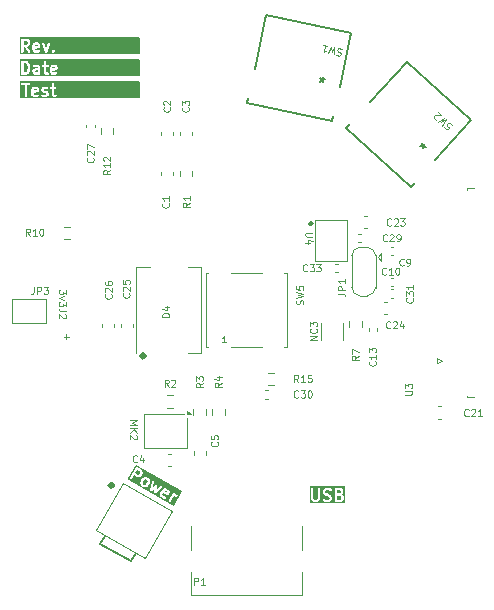
<source format=gbr>
%TF.GenerationSoftware,KiCad,Pcbnew,8.0.7*%
%TF.CreationDate,2025-01-14T11:40:34+01:00*%
%TF.ProjectId,test,74657374-2e6b-4696-9361-645f70636258,rev?*%
%TF.SameCoordinates,PX517370cPY341b1c8*%
%TF.FileFunction,Legend,Top*%
%TF.FilePolarity,Positive*%
%FSLAX46Y46*%
G04 Gerber Fmt 4.6, Leading zero omitted, Abs format (unit mm)*
G04 Created by KiCad (PCBNEW 8.0.7) date 2025-01-14 11:40:34*
%MOMM*%
%LPD*%
G01*
G04 APERTURE LIST*
%ADD10C,0.327389*%
%ADD11C,0.312697*%
%ADD12C,0.227643*%
%ADD13C,0.150000*%
%ADD14C,0.125000*%
%ADD15C,0.200000*%
%ADD16C,0.120000*%
%ADD17C,0.152400*%
%ADD18C,0.100000*%
G04 APERTURE END LIST*
D10*
X-8586306Y-3890000D02*
G75*
G02*
X-8913694Y-3890000I-163694J0D01*
G01*
X-8913694Y-3890000D02*
G75*
G02*
X-8586306Y-3890000I163694J0D01*
G01*
D11*
X-11273652Y-14860000D02*
G75*
G02*
X-11586348Y-14860000I-156348J0D01*
G01*
X-11586348Y-14860000D02*
G75*
G02*
X-11273652Y-14860000I156348J0D01*
G01*
D12*
X5583821Y7302643D02*
G75*
G02*
X5356179Y7302643I-113821J0D01*
G01*
X5356179Y7302643D02*
G75*
G02*
X5583821Y7302643I113821J0D01*
G01*
D13*
X-16090000Y23010000D02*
X-9050000Y23010000D01*
X-9050000Y21740000D01*
X-16090000Y21740000D01*
X-16090000Y23010000D01*
G36*
X-16090000Y23010000D02*
G01*
X-9050000Y23010000D01*
X-9050000Y21740000D01*
X-16090000Y21740000D01*
X-16090000Y23010000D01*
G37*
X-15930000Y19270000D02*
X-9050000Y19270000D01*
X-9050000Y18000000D01*
X-15930000Y18000000D01*
X-15930000Y19270000D01*
G36*
X-15930000Y19270000D02*
G01*
X-9050000Y19270000D01*
X-9050000Y18000000D01*
X-15930000Y18000000D01*
X-15930000Y19270000D01*
G37*
X-15830000Y21140000D02*
X-9050000Y21140000D01*
X-9050000Y19870000D01*
X-15830000Y19870000D01*
X-15830000Y21140000D01*
G36*
X-15830000Y21140000D02*
G01*
X-9050000Y21140000D01*
X-9050000Y19870000D01*
X-15830000Y19870000D01*
X-15830000Y21140000D01*
G37*
D14*
X-15428717Y-2261833D02*
X-15047764Y-2261833D01*
X-15238241Y-2452309D02*
X-15238241Y-2071357D01*
X-1746812Y-2732309D02*
X-2032526Y-2732309D01*
X-1889669Y-2732309D02*
X-1889669Y-2232309D01*
X-1889669Y-2232309D02*
X-1937288Y-2303738D01*
X-1937288Y-2303738D02*
X-1984907Y-2351357D01*
X-1984907Y-2351357D02*
X-2032526Y-2375166D01*
D15*
G36*
X-6840373Y-15294709D02*
G01*
X-6716301Y-15366342D01*
X-6689006Y-15407682D01*
X-6691344Y-15446632D01*
X-6953606Y-15357911D01*
X-6931161Y-15319036D01*
X-6889821Y-15291741D01*
X-6840373Y-15294709D01*
G37*
G36*
X-8489945Y-14342328D02*
G01*
X-8407113Y-14390151D01*
X-8370393Y-14445767D01*
X-8361363Y-14479465D01*
X-8365356Y-14545989D01*
X-8484606Y-14752537D01*
X-8540223Y-14789259D01*
X-8573923Y-14798288D01*
X-8640445Y-14794296D01*
X-8723276Y-14746474D01*
X-8759996Y-14690859D01*
X-8769027Y-14657156D01*
X-8765034Y-14590635D01*
X-8645784Y-14384086D01*
X-8590169Y-14347365D01*
X-8556468Y-14338335D01*
X-8489945Y-14342328D01*
G37*
G36*
X-9023993Y-13649095D02*
G01*
X-8987273Y-13704711D01*
X-8978243Y-13738409D01*
X-8982236Y-13804933D01*
X-9030059Y-13887764D01*
X-9085675Y-13924485D01*
X-9119375Y-13933514D01*
X-9185897Y-13929522D01*
X-9408766Y-13800848D01*
X-9246862Y-13520421D01*
X-9023993Y-13649095D01*
G37*
G36*
X-5450164Y-15353206D02*
G01*
X-6161275Y-16584886D01*
X-6895214Y-16161146D01*
X-6584105Y-16161146D01*
X-6574006Y-16198835D01*
X-6550254Y-16229790D01*
X-6516463Y-16249299D01*
X-6477779Y-16254392D01*
X-6440090Y-16244293D01*
X-6409135Y-16220541D01*
X-6397716Y-16204606D01*
X-6171426Y-15812657D01*
X-6115810Y-15775937D01*
X-6082108Y-15766907D01*
X-6015584Y-15770899D01*
X-5953550Y-15806716D01*
X-5935694Y-15814807D01*
X-5897010Y-15819899D01*
X-5859321Y-15809801D01*
X-5828365Y-15786048D01*
X-5808856Y-15752258D01*
X-5803764Y-15713573D01*
X-5813862Y-15675885D01*
X-5837615Y-15644929D01*
X-5853549Y-15633511D01*
X-5936028Y-15585892D01*
X-5953884Y-15577801D01*
X-5957447Y-15577331D01*
X-5960679Y-15575760D01*
X-5980037Y-15572674D01*
X-6051830Y-15568365D01*
X-6061299Y-15533027D01*
X-6085051Y-15502072D01*
X-6118842Y-15482563D01*
X-6157526Y-15477470D01*
X-6195215Y-15487569D01*
X-6226171Y-15511321D01*
X-6237589Y-15527256D01*
X-6570922Y-16104606D01*
X-6579012Y-16122462D01*
X-6584105Y-16161146D01*
X-6895214Y-16161146D01*
X-7721229Y-15684246D01*
X-7302816Y-15684246D01*
X-7302334Y-15686741D01*
X-7301889Y-15698393D01*
X-7297793Y-15710244D01*
X-7295414Y-15722556D01*
X-7289972Y-15732873D01*
X-7289143Y-15735271D01*
X-7288067Y-15736484D01*
X-7286268Y-15739895D01*
X-7227599Y-15828753D01*
X-7215247Y-15843975D01*
X-7212270Y-15845987D01*
X-7210083Y-15848838D01*
X-7194148Y-15860257D01*
X-7029191Y-15955495D01*
X-7011335Y-15963585D01*
X-7007775Y-15964053D01*
X-7004542Y-15965626D01*
X-6985183Y-15968712D01*
X-6878895Y-15975092D01*
X-6859306Y-15974344D01*
X-6822428Y-15961598D01*
X-6793235Y-15935711D01*
X-6776169Y-15900623D01*
X-6773832Y-15861675D01*
X-6786577Y-15824797D01*
X-6812464Y-15795603D01*
X-6847553Y-15778538D01*
X-6866912Y-15775452D01*
X-6949634Y-15770486D01*
X-7073705Y-15698853D01*
X-7101000Y-15657513D01*
X-7098032Y-15608065D01*
X-7055587Y-15534547D01*
X-6673232Y-15663894D01*
X-6654136Y-15668326D01*
X-6644357Y-15667674D01*
X-6634646Y-15668953D01*
X-6625086Y-15666391D01*
X-6615204Y-15665733D01*
X-6606419Y-15661389D01*
X-6596958Y-15658854D01*
X-6589105Y-15652827D01*
X-6580228Y-15648439D01*
X-6573777Y-15641067D01*
X-6566002Y-15635102D01*
X-6554584Y-15619167D01*
X-6506966Y-15536688D01*
X-6498875Y-15518832D01*
X-6498407Y-15515271D01*
X-6496834Y-15512039D01*
X-6493748Y-15492680D01*
X-6487368Y-15386392D01*
X-6487516Y-15382538D01*
X-6487190Y-15380950D01*
X-6487671Y-15378461D01*
X-6488116Y-15366803D01*
X-6492214Y-15354948D01*
X-6494591Y-15342640D01*
X-6500034Y-15332322D01*
X-6500862Y-15329925D01*
X-6501938Y-15328711D01*
X-6503737Y-15325301D01*
X-6562406Y-15236443D01*
X-6574758Y-15221221D01*
X-6577736Y-15219208D01*
X-6579922Y-15216358D01*
X-6595857Y-15204939D01*
X-6760815Y-15109701D01*
X-6778671Y-15101611D01*
X-6782233Y-15101142D01*
X-6785465Y-15099570D01*
X-6804824Y-15096484D01*
X-6911111Y-15090104D01*
X-6914965Y-15090251D01*
X-6916553Y-15089926D01*
X-6919042Y-15090406D01*
X-6930700Y-15090852D01*
X-6942555Y-15094949D01*
X-6954863Y-15097327D01*
X-6965181Y-15102769D01*
X-6967578Y-15103598D01*
X-6968792Y-15104674D01*
X-6972202Y-15106473D01*
X-7061060Y-15165142D01*
X-7076282Y-15177494D01*
X-7078295Y-15180471D01*
X-7081145Y-15182658D01*
X-7092563Y-15198593D01*
X-7187852Y-15363637D01*
X-7187854Y-15363640D01*
X-7187856Y-15363643D01*
X-7283040Y-15528508D01*
X-7291130Y-15546364D01*
X-7291599Y-15549925D01*
X-7293171Y-15553158D01*
X-7296257Y-15572517D01*
X-7302637Y-15678804D01*
X-7302491Y-15682653D01*
X-7302816Y-15684246D01*
X-7721229Y-15684246D01*
X-8482110Y-15244951D01*
X-8151294Y-15244951D01*
X-8150357Y-15251265D01*
X-8151112Y-15257600D01*
X-8147516Y-15270396D01*
X-8145563Y-15283546D01*
X-8142282Y-15289018D01*
X-8140555Y-15295163D01*
X-8132333Y-15305612D01*
X-8125499Y-15317010D01*
X-8120375Y-15320809D01*
X-8116427Y-15325826D01*
X-8104834Y-15332332D01*
X-8094156Y-15340249D01*
X-8087965Y-15341798D01*
X-8082400Y-15344922D01*
X-8069204Y-15346495D01*
X-8056306Y-15349725D01*
X-8049992Y-15348787D01*
X-8043657Y-15349543D01*
X-8030861Y-15345946D01*
X-8017711Y-15343994D01*
X-8012239Y-15340712D01*
X-8006094Y-15338986D01*
X-7989574Y-15328431D01*
X-7782990Y-15165873D01*
X-7820476Y-15426061D01*
X-7821357Y-15445644D01*
X-7819780Y-15451830D01*
X-7819885Y-15458209D01*
X-7815003Y-15470571D01*
X-7811718Y-15483453D01*
X-7807897Y-15488561D01*
X-7805551Y-15494499D01*
X-7796305Y-15504055D01*
X-7788344Y-15514696D01*
X-7782858Y-15517953D01*
X-7778420Y-15522540D01*
X-7766228Y-15527827D01*
X-7754794Y-15534616D01*
X-7748475Y-15535526D01*
X-7742623Y-15538064D01*
X-7729340Y-15538283D01*
X-7716175Y-15540180D01*
X-7709989Y-15538602D01*
X-7703610Y-15538708D01*
X-7691248Y-15533825D01*
X-7678366Y-15530541D01*
X-7673258Y-15526719D01*
X-7667320Y-15524374D01*
X-7651964Y-15512189D01*
X-7153674Y-15030077D01*
X-7140989Y-15015131D01*
X-7125465Y-14979334D01*
X-7124821Y-14940321D01*
X-7139156Y-14904031D01*
X-7166287Y-14875990D01*
X-7202084Y-14860466D01*
X-7241096Y-14859822D01*
X-7277386Y-14874157D01*
X-7292743Y-14886341D01*
X-7580806Y-15165051D01*
X-7549382Y-14946950D01*
X-7548501Y-14927367D01*
X-7548808Y-14926163D01*
X-7548661Y-14924934D01*
X-7553616Y-14907305D01*
X-7558140Y-14889558D01*
X-7558883Y-14888566D01*
X-7559218Y-14887371D01*
X-7570563Y-14872953D01*
X-7581514Y-14858315D01*
X-7582578Y-14857683D01*
X-7583346Y-14856707D01*
X-7599329Y-14847737D01*
X-7615064Y-14838395D01*
X-7616293Y-14838218D01*
X-7617372Y-14837612D01*
X-7635534Y-14835445D01*
X-7653683Y-14832831D01*
X-7654887Y-14833137D01*
X-7656116Y-14832991D01*
X-7673745Y-14837945D01*
X-7691492Y-14842470D01*
X-7692485Y-14843212D01*
X-7693679Y-14843548D01*
X-7710198Y-14854102D01*
X-7883371Y-14990367D01*
X-7786031Y-14601541D01*
X-7783156Y-14582150D01*
X-7788887Y-14543554D01*
X-7808951Y-14510090D01*
X-7840294Y-14486851D01*
X-7878144Y-14477376D01*
X-7916739Y-14483107D01*
X-7950203Y-14503171D01*
X-7973442Y-14534513D01*
X-7980044Y-14552972D01*
X-8148419Y-15225559D01*
X-8151294Y-15244951D01*
X-8482110Y-15244951D01*
X-9492895Y-14661374D01*
X-8969639Y-14661374D01*
X-8969261Y-14671289D01*
X-8969605Y-14673907D01*
X-8969027Y-14677410D01*
X-8968891Y-14680963D01*
X-8968028Y-14683460D01*
X-8966412Y-14693248D01*
X-8948981Y-14758297D01*
X-8945487Y-14767582D01*
X-8944986Y-14770175D01*
X-8943330Y-14773315D01*
X-8942077Y-14776644D01*
X-8940468Y-14778741D01*
X-8935840Y-14787514D01*
X-8877171Y-14876372D01*
X-8864819Y-14891594D01*
X-8861842Y-14893606D01*
X-8859655Y-14896457D01*
X-8843720Y-14907875D01*
X-8720003Y-14979304D01*
X-8702147Y-14987395D01*
X-8698585Y-14987864D01*
X-8695352Y-14989436D01*
X-8675993Y-14992522D01*
X-8569705Y-14998901D01*
X-8559792Y-14998522D01*
X-8557175Y-14998867D01*
X-8553673Y-14998288D01*
X-8550116Y-14998153D01*
X-8547617Y-14997289D01*
X-8537833Y-14995674D01*
X-8472785Y-14978245D01*
X-8463501Y-14974750D01*
X-8460904Y-14974249D01*
X-8457758Y-14972589D01*
X-8454438Y-14971340D01*
X-8452346Y-14969734D01*
X-8443565Y-14965103D01*
X-8354707Y-14906432D01*
X-8339485Y-14894080D01*
X-8337473Y-14891103D01*
X-8334623Y-14888917D01*
X-8323205Y-14872982D01*
X-8180348Y-14625548D01*
X-8172257Y-14607692D01*
X-8171789Y-14604130D01*
X-8170216Y-14600898D01*
X-8167130Y-14581539D01*
X-8160750Y-14475250D01*
X-8161129Y-14465334D01*
X-8160784Y-14462717D01*
X-8161363Y-14459215D01*
X-8161498Y-14455661D01*
X-8162363Y-14453160D01*
X-8163978Y-14443376D01*
X-8181408Y-14378327D01*
X-8184900Y-14369048D01*
X-8185402Y-14366450D01*
X-8187063Y-14363301D01*
X-8188313Y-14359980D01*
X-8189920Y-14357886D01*
X-8194549Y-14349111D01*
X-8253218Y-14260252D01*
X-8265570Y-14245030D01*
X-8268546Y-14243017D01*
X-8270734Y-14240166D01*
X-8286669Y-14228748D01*
X-8410387Y-14157320D01*
X-8428243Y-14149229D01*
X-8431807Y-14148759D01*
X-8435037Y-14147189D01*
X-8454396Y-14144103D01*
X-8560683Y-14137723D01*
X-8570598Y-14138101D01*
X-8573215Y-14137757D01*
X-8576719Y-14138335D01*
X-8580272Y-14138471D01*
X-8582770Y-14139334D01*
X-8592557Y-14140950D01*
X-8657606Y-14158380D01*
X-8666895Y-14161875D01*
X-8669484Y-14162376D01*
X-8672623Y-14164031D01*
X-8675953Y-14165285D01*
X-8678051Y-14166894D01*
X-8686823Y-14171522D01*
X-8775681Y-14230191D01*
X-8790903Y-14242543D01*
X-8792917Y-14245520D01*
X-8795767Y-14247708D01*
X-8807185Y-14263642D01*
X-8950042Y-14511078D01*
X-8958132Y-14528934D01*
X-8958601Y-14532495D01*
X-8960173Y-14535728D01*
X-8963259Y-14555087D01*
X-8969639Y-14661374D01*
X-9492895Y-14661374D01*
X-10071847Y-14327116D01*
X-10031010Y-14256384D01*
X-9883250Y-14256384D01*
X-9873151Y-14294073D01*
X-9849399Y-14325028D01*
X-9815608Y-14344537D01*
X-9776924Y-14349630D01*
X-9739235Y-14339531D01*
X-9708280Y-14315779D01*
X-9696861Y-14299844D01*
X-9508766Y-13974053D01*
X-9265455Y-14114530D01*
X-9247599Y-14122621D01*
X-9244037Y-14123090D01*
X-9240804Y-14124662D01*
X-9221445Y-14127748D01*
X-9115157Y-14134127D01*
X-9105244Y-14133748D01*
X-9102627Y-14134093D01*
X-9099125Y-14133514D01*
X-9095568Y-14133379D01*
X-9093069Y-14132515D01*
X-9083285Y-14130900D01*
X-9018237Y-14113471D01*
X-9008953Y-14109976D01*
X-9006356Y-14109475D01*
X-9003210Y-14107815D01*
X-8999890Y-14106566D01*
X-8997798Y-14104960D01*
X-8989017Y-14100329D01*
X-8900159Y-14041658D01*
X-8884937Y-14029306D01*
X-8882925Y-14026329D01*
X-8880075Y-14024143D01*
X-8868657Y-14008209D01*
X-8797228Y-13884491D01*
X-8789137Y-13866635D01*
X-8788669Y-13863074D01*
X-8787096Y-13859842D01*
X-8784010Y-13840483D01*
X-8777630Y-13734194D01*
X-8778009Y-13724278D01*
X-8777664Y-13721661D01*
X-8778243Y-13718159D01*
X-8778378Y-13714605D01*
X-8779243Y-13712104D01*
X-8780858Y-13702320D01*
X-8798288Y-13637271D01*
X-8801780Y-13627992D01*
X-8802282Y-13625394D01*
X-8803943Y-13622245D01*
X-8805193Y-13618924D01*
X-8806800Y-13616830D01*
X-8811429Y-13608055D01*
X-8870098Y-13519196D01*
X-8882450Y-13503974D01*
X-8885428Y-13501961D01*
X-8887614Y-13499111D01*
X-8903549Y-13487693D01*
X-9233464Y-13297216D01*
X-9251312Y-13289129D01*
X-9251320Y-13289125D01*
X-9290004Y-13284033D01*
X-9327693Y-13294131D01*
X-9358648Y-13317884D01*
X-9370066Y-13333819D01*
X-9870067Y-14199844D01*
X-9878157Y-14217700D01*
X-9883250Y-14256384D01*
X-10031010Y-14256384D01*
X-9360736Y-13095436D01*
X-5450164Y-15353206D01*
G37*
G36*
X-17752006Y18687293D02*
G01*
X-17734556Y18652393D01*
X-18006041Y18598096D01*
X-18006041Y18642984D01*
X-17983886Y18687294D01*
X-17939577Y18709448D01*
X-17796315Y18709448D01*
X-17752006Y18687293D01*
G37*
G36*
X-15944470Y17931670D02*
G01*
X-19172374Y17931670D01*
X-19172374Y19162290D01*
X-19061263Y19162290D01*
X-19061263Y19123272D01*
X-19046331Y19087224D01*
X-19018741Y19059634D01*
X-18982693Y19044702D01*
X-18963184Y19042781D01*
X-18777470Y19042781D01*
X-18777470Y18142781D01*
X-18775549Y18123272D01*
X-18760617Y18087224D01*
X-18733027Y18059634D01*
X-18696979Y18044702D01*
X-18657961Y18044702D01*
X-18621913Y18059634D01*
X-18594323Y18087224D01*
X-18579391Y18123272D01*
X-18577470Y18142781D01*
X-18577470Y18666591D01*
X-18206041Y18666591D01*
X-18206041Y18285639D01*
X-18204120Y18266130D01*
X-18202745Y18262810D01*
X-18202490Y18259227D01*
X-18195484Y18240918D01*
X-18147865Y18145679D01*
X-18145812Y18142416D01*
X-18145298Y18140877D01*
X-18143636Y18138961D01*
X-18137422Y18129089D01*
X-18127951Y18120875D01*
X-18119734Y18111400D01*
X-18109864Y18105188D01*
X-18107946Y18103524D01*
X-18106406Y18103011D01*
X-18103143Y18100957D01*
X-18007906Y18053338D01*
X-17989597Y18046332D01*
X-17986014Y18046078D01*
X-17982693Y18044702D01*
X-17963184Y18042781D01*
X-17772708Y18042781D01*
X-17753199Y18044702D01*
X-17749879Y18046078D01*
X-17746295Y18046332D01*
X-17727987Y18053338D01*
X-17632749Y18100957D01*
X-17616159Y18111400D01*
X-17590594Y18140877D01*
X-17578256Y18177893D01*
X-17581021Y18216813D01*
X-17598470Y18251711D01*
X-17627947Y18277276D01*
X-17664963Y18289615D01*
X-17703883Y18286849D01*
X-17722192Y18279843D01*
X-17796315Y18242781D01*
X-17939577Y18242781D01*
X-17983887Y18264936D01*
X-18006041Y18309246D01*
X-18006041Y18394135D01*
X-17610345Y18473274D01*
X-17610342Y18473274D01*
X-17610340Y18473276D01*
X-17610240Y18473295D01*
X-17591486Y18479005D01*
X-17583346Y18484457D01*
X-17574294Y18488206D01*
X-17567293Y18495208D01*
X-17559067Y18500716D01*
X-17553633Y18508868D01*
X-17546704Y18515796D01*
X-17542914Y18524945D01*
X-17537423Y18533181D01*
X-17535522Y18542792D01*
X-17531772Y18551844D01*
X-17529851Y18571353D01*
X-17529851Y18666591D01*
X-17348898Y18666591D01*
X-17348898Y18618972D01*
X-17346977Y18599463D01*
X-17345602Y18596143D01*
X-17345347Y18592559D01*
X-17338341Y18574251D01*
X-17290722Y18479013D01*
X-17288669Y18475750D01*
X-17288155Y18474211D01*
X-17286493Y18472295D01*
X-17280279Y18462423D01*
X-17270809Y18454210D01*
X-17262591Y18444734D01*
X-17252718Y18438520D01*
X-17250802Y18436858D01*
X-17249264Y18436346D01*
X-17246000Y18434291D01*
X-17150763Y18386672D01*
X-17132454Y18379666D01*
X-17128871Y18379412D01*
X-17125550Y18378036D01*
X-17106041Y18376115D01*
X-16986791Y18376115D01*
X-16942482Y18353960D01*
X-16920327Y18309651D01*
X-16920327Y18309246D01*
X-16942482Y18264937D01*
X-16986791Y18242781D01*
X-17130053Y18242781D01*
X-17204177Y18279843D01*
X-17222485Y18286849D01*
X-17261405Y18289615D01*
X-17298421Y18277276D01*
X-17327898Y18251712D01*
X-17345347Y18216813D01*
X-17348113Y18177893D01*
X-17335774Y18140877D01*
X-17310210Y18111400D01*
X-17293619Y18100957D01*
X-17198382Y18053338D01*
X-17180073Y18046332D01*
X-17176490Y18046078D01*
X-17173169Y18044702D01*
X-17153660Y18042781D01*
X-16963184Y18042781D01*
X-16943675Y18044702D01*
X-16940355Y18046078D01*
X-16936771Y18046332D01*
X-16918463Y18053338D01*
X-16823225Y18100957D01*
X-16819963Y18103011D01*
X-16818423Y18103524D01*
X-16816507Y18105187D01*
X-16806635Y18111400D01*
X-16798420Y18120874D01*
X-16788946Y18129089D01*
X-16782733Y18138961D01*
X-16781070Y18140877D01*
X-16780558Y18142416D01*
X-16778503Y18145679D01*
X-16730884Y18240918D01*
X-16723878Y18259226D01*
X-16723624Y18262810D01*
X-16722248Y18266130D01*
X-16720327Y18285639D01*
X-16720327Y18333258D01*
X-16722248Y18352767D01*
X-16723624Y18356088D01*
X-16723878Y18359671D01*
X-16730884Y18377980D01*
X-16778503Y18473217D01*
X-16780558Y18476481D01*
X-16781070Y18478019D01*
X-16782732Y18479935D01*
X-16788946Y18489808D01*
X-16798422Y18498026D01*
X-16806635Y18507496D01*
X-16816507Y18513710D01*
X-16818423Y18515372D01*
X-16819962Y18515886D01*
X-16823225Y18517939D01*
X-16918463Y18565558D01*
X-16936771Y18572564D01*
X-16940355Y18572819D01*
X-16943675Y18574194D01*
X-16963184Y18576115D01*
X-17082434Y18576115D01*
X-17126743Y18598270D01*
X-17148898Y18642580D01*
X-17148898Y18642984D01*
X-17126743Y18687294D01*
X-17082434Y18709448D01*
X-16986791Y18709448D01*
X-16912668Y18672386D01*
X-16894359Y18665380D01*
X-16855439Y18662614D01*
X-16818423Y18674953D01*
X-16788946Y18700518D01*
X-16771497Y18735416D01*
X-16768732Y18774336D01*
X-16781070Y18811352D01*
X-16796339Y18828957D01*
X-16632691Y18828957D01*
X-16632691Y18789939D01*
X-16617759Y18753891D01*
X-16590169Y18726301D01*
X-16554121Y18711369D01*
X-16534612Y18709448D01*
X-16491755Y18709448D01*
X-16491755Y18285639D01*
X-16489834Y18266130D01*
X-16488459Y18262810D01*
X-16488204Y18259227D01*
X-16481198Y18240918D01*
X-16433579Y18145679D01*
X-16431526Y18142416D01*
X-16431012Y18140877D01*
X-16429350Y18138961D01*
X-16423136Y18129089D01*
X-16413665Y18120875D01*
X-16405448Y18111400D01*
X-16395578Y18105188D01*
X-16393660Y18103524D01*
X-16392120Y18103011D01*
X-16388857Y18100957D01*
X-16293620Y18053338D01*
X-16275311Y18046332D01*
X-16271728Y18046078D01*
X-16268407Y18044702D01*
X-16248898Y18042781D01*
X-16153660Y18042781D01*
X-16134151Y18044702D01*
X-16098103Y18059634D01*
X-16070513Y18087224D01*
X-16055581Y18123272D01*
X-16055581Y18162290D01*
X-16070513Y18198338D01*
X-16098103Y18225928D01*
X-16134151Y18240860D01*
X-16153660Y18242781D01*
X-16225291Y18242781D01*
X-16269601Y18264936D01*
X-16291755Y18309246D01*
X-16291755Y18709448D01*
X-16153660Y18709448D01*
X-16134151Y18711369D01*
X-16098103Y18726301D01*
X-16070513Y18753891D01*
X-16055581Y18789939D01*
X-16055581Y18828957D01*
X-16070513Y18865005D01*
X-16098103Y18892595D01*
X-16134151Y18907527D01*
X-16153660Y18909448D01*
X-16291755Y18909448D01*
X-16291755Y19142781D01*
X-16293676Y19162290D01*
X-16308608Y19198338D01*
X-16336198Y19225928D01*
X-16372246Y19240860D01*
X-16411264Y19240860D01*
X-16447312Y19225928D01*
X-16474902Y19198338D01*
X-16489834Y19162290D01*
X-16491755Y19142781D01*
X-16491755Y18909448D01*
X-16534612Y18909448D01*
X-16554121Y18907527D01*
X-16590169Y18892595D01*
X-16617759Y18865005D01*
X-16632691Y18828957D01*
X-16796339Y18828957D01*
X-16806635Y18840829D01*
X-16823225Y18851272D01*
X-16918463Y18898891D01*
X-16936771Y18905897D01*
X-16940355Y18906152D01*
X-16943675Y18907527D01*
X-16963184Y18909448D01*
X-17106041Y18909448D01*
X-17125550Y18907527D01*
X-17128871Y18906152D01*
X-17132454Y18905897D01*
X-17150763Y18898891D01*
X-17246000Y18851272D01*
X-17249264Y18849218D01*
X-17250802Y18848705D01*
X-17252718Y18847044D01*
X-17262591Y18840829D01*
X-17270809Y18831354D01*
X-17280279Y18823140D01*
X-17286493Y18813269D01*
X-17288155Y18811352D01*
X-17288669Y18809814D01*
X-17290722Y18806550D01*
X-17338341Y18711312D01*
X-17345347Y18693004D01*
X-17345602Y18689421D01*
X-17346977Y18686100D01*
X-17348898Y18666591D01*
X-17529851Y18666591D01*
X-17531772Y18686100D01*
X-17533148Y18689421D01*
X-17533402Y18693004D01*
X-17540408Y18711313D01*
X-17588027Y18806550D01*
X-17590082Y18809814D01*
X-17590594Y18811352D01*
X-17592256Y18813268D01*
X-17598470Y18823141D01*
X-17607946Y18831359D01*
X-17616159Y18840829D01*
X-17626031Y18847043D01*
X-17627947Y18848705D01*
X-17629486Y18849219D01*
X-17632749Y18851272D01*
X-17727987Y18898891D01*
X-17746295Y18905897D01*
X-17749879Y18906152D01*
X-17753199Y18907527D01*
X-17772708Y18909448D01*
X-17963184Y18909448D01*
X-17982693Y18907527D01*
X-17986014Y18906152D01*
X-17989597Y18905897D01*
X-18007906Y18898891D01*
X-18103143Y18851272D01*
X-18106407Y18849218D01*
X-18107945Y18848705D01*
X-18109861Y18847044D01*
X-18119734Y18840829D01*
X-18127952Y18831354D01*
X-18137422Y18823140D01*
X-18143636Y18813269D01*
X-18145298Y18811352D01*
X-18145812Y18809814D01*
X-18147865Y18806550D01*
X-18195484Y18711312D01*
X-18202490Y18693004D01*
X-18202745Y18689421D01*
X-18204120Y18686100D01*
X-18206041Y18666591D01*
X-18577470Y18666591D01*
X-18577470Y19042781D01*
X-18391756Y19042781D01*
X-18372247Y19044702D01*
X-18336199Y19059634D01*
X-18308609Y19087224D01*
X-18293677Y19123272D01*
X-18293677Y19162290D01*
X-18308609Y19198338D01*
X-18336199Y19225928D01*
X-18372247Y19240860D01*
X-18391756Y19242781D01*
X-18963184Y19242781D01*
X-18982693Y19240860D01*
X-19018741Y19225928D01*
X-19046331Y19198338D01*
X-19061263Y19162290D01*
X-19172374Y19162290D01*
X-19172374Y19353892D01*
X-15944470Y19353892D01*
X-15944470Y17931670D01*
G37*
G36*
X8011844Y-15758430D02*
G01*
X8031296Y-15777882D01*
X8061101Y-15837492D01*
X8061101Y-15933135D01*
X8031296Y-15992743D01*
X8006627Y-16017413D01*
X7947018Y-16047219D01*
X7689673Y-16047219D01*
X7689673Y-15723409D01*
X7906779Y-15723409D01*
X8011844Y-15758430D01*
G37*
G36*
X7959008Y-15277024D02*
G01*
X7983677Y-15301692D01*
X8013482Y-15361302D01*
X8013482Y-15409326D01*
X7983677Y-15468935D01*
X7959008Y-15493603D01*
X7899399Y-15523409D01*
X7689673Y-15523409D01*
X7689673Y-15247219D01*
X7899399Y-15247219D01*
X7959008Y-15277024D01*
G37*
G36*
X8372212Y-16358330D02*
G01*
X5378562Y-16358330D01*
X5378562Y-15147219D01*
X5489673Y-15147219D01*
X5489673Y-15956742D01*
X5491594Y-15976251D01*
X5492969Y-15979571D01*
X5493224Y-15983155D01*
X5500230Y-16001463D01*
X5547849Y-16096701D01*
X5553132Y-16105093D01*
X5554144Y-16107537D01*
X5556400Y-16110286D01*
X5558292Y-16113291D01*
X5560286Y-16115020D01*
X5566581Y-16122690D01*
X5614199Y-16170310D01*
X5621867Y-16176603D01*
X5623599Y-16178600D01*
X5626607Y-16180493D01*
X5629353Y-16182747D01*
X5631793Y-16183757D01*
X5640190Y-16189043D01*
X5735427Y-16236662D01*
X5753736Y-16243668D01*
X5757319Y-16243922D01*
X5760640Y-16245298D01*
X5780149Y-16247219D01*
X5970625Y-16247219D01*
X5990134Y-16245298D01*
X5993454Y-16243922D01*
X5997038Y-16243668D01*
X6015346Y-16236662D01*
X6110584Y-16189043D01*
X6118979Y-16183758D01*
X6121421Y-16182747D01*
X6124168Y-16180491D01*
X6127174Y-16178600D01*
X6128904Y-16176605D01*
X6136574Y-16170310D01*
X6184193Y-16122690D01*
X6190485Y-16115023D01*
X6192482Y-16113292D01*
X6194375Y-16110284D01*
X6196630Y-16107537D01*
X6197641Y-16105095D01*
X6202925Y-16096701D01*
X6250544Y-16001464D01*
X6257550Y-15983155D01*
X6257804Y-15979571D01*
X6259180Y-15976251D01*
X6261101Y-15956742D01*
X6261101Y-15337695D01*
X6489673Y-15337695D01*
X6489673Y-15432933D01*
X6491594Y-15452442D01*
X6492969Y-15455762D01*
X6493224Y-15459346D01*
X6500230Y-15477654D01*
X6547849Y-15572892D01*
X6553134Y-15581288D01*
X6554145Y-15583728D01*
X6556398Y-15586474D01*
X6558292Y-15589482D01*
X6560286Y-15591211D01*
X6566581Y-15598882D01*
X6614200Y-15646500D01*
X6621866Y-15652792D01*
X6623599Y-15654790D01*
X6626607Y-15656683D01*
X6629353Y-15658937D01*
X6631793Y-15659947D01*
X6640190Y-15665233D01*
X6735427Y-15712852D01*
X6736855Y-15713398D01*
X6737435Y-15713828D01*
X6745611Y-15716749D01*
X6753736Y-15719858D01*
X6754456Y-15719909D01*
X6755895Y-15720423D01*
X6935720Y-15765379D01*
X7006627Y-15800833D01*
X7031296Y-15825501D01*
X7061101Y-15885111D01*
X7061101Y-15933135D01*
X7031296Y-15992743D01*
X7006627Y-16017413D01*
X6947018Y-16047219D01*
X6748756Y-16047219D01*
X6621296Y-16004732D01*
X6602180Y-16000385D01*
X6563260Y-16003151D01*
X6528361Y-16020601D01*
X6502796Y-16050077D01*
X6490458Y-16087093D01*
X6493224Y-16126013D01*
X6510674Y-16160912D01*
X6540150Y-16186477D01*
X6558050Y-16194468D01*
X6700907Y-16242087D01*
X6710579Y-16244286D01*
X6713021Y-16245298D01*
X6716558Y-16245646D01*
X6720022Y-16246434D01*
X6722656Y-16246246D01*
X6732530Y-16247219D01*
X6970625Y-16247219D01*
X6990134Y-16245298D01*
X6993454Y-16243922D01*
X6997038Y-16243668D01*
X7015346Y-16236662D01*
X7110584Y-16189043D01*
X7118979Y-16183758D01*
X7121421Y-16182747D01*
X7124168Y-16180491D01*
X7127174Y-16178600D01*
X7128904Y-16176605D01*
X7136574Y-16170310D01*
X7184193Y-16122690D01*
X7190485Y-16115023D01*
X7192482Y-16113292D01*
X7194375Y-16110284D01*
X7196630Y-16107537D01*
X7197641Y-16105095D01*
X7202925Y-16096701D01*
X7250544Y-16001464D01*
X7257550Y-15983155D01*
X7257804Y-15979571D01*
X7259180Y-15976251D01*
X7261101Y-15956742D01*
X7261101Y-15861504D01*
X7259180Y-15841995D01*
X7257804Y-15838674D01*
X7257550Y-15835091D01*
X7250544Y-15816782D01*
X7202925Y-15721545D01*
X7197639Y-15713148D01*
X7196629Y-15710708D01*
X7194375Y-15707962D01*
X7192482Y-15704954D01*
X7190484Y-15703221D01*
X7184192Y-15695555D01*
X7136574Y-15647936D01*
X7128903Y-15641641D01*
X7127174Y-15639647D01*
X7124166Y-15637753D01*
X7121420Y-15635500D01*
X7118980Y-15634489D01*
X7110584Y-15629204D01*
X7015346Y-15581585D01*
X7013919Y-15581039D01*
X7013339Y-15580609D01*
X7005162Y-15577687D01*
X6997038Y-15574579D01*
X6996315Y-15574527D01*
X6994878Y-15574014D01*
X6815053Y-15529057D01*
X6744146Y-15493604D01*
X6719478Y-15468935D01*
X6689673Y-15409325D01*
X6689673Y-15361302D01*
X6719478Y-15301692D01*
X6744146Y-15277023D01*
X6803756Y-15247219D01*
X7002017Y-15247219D01*
X7129478Y-15289706D01*
X7148593Y-15294053D01*
X7187513Y-15291287D01*
X7222412Y-15273837D01*
X7247977Y-15244361D01*
X7260316Y-15207345D01*
X7257549Y-15168425D01*
X7246946Y-15147219D01*
X7489673Y-15147219D01*
X7489673Y-16147219D01*
X7491594Y-16166728D01*
X7506526Y-16202776D01*
X7534116Y-16230366D01*
X7570164Y-16245298D01*
X7589673Y-16247219D01*
X7970625Y-16247219D01*
X7990134Y-16245298D01*
X7993454Y-16243922D01*
X7997038Y-16243668D01*
X8015346Y-16236662D01*
X8110584Y-16189043D01*
X8118979Y-16183758D01*
X8121421Y-16182747D01*
X8124168Y-16180491D01*
X8127174Y-16178600D01*
X8128904Y-16176605D01*
X8136574Y-16170310D01*
X8184193Y-16122690D01*
X8190485Y-16115023D01*
X8192482Y-16113292D01*
X8194375Y-16110284D01*
X8196630Y-16107537D01*
X8197641Y-16105095D01*
X8202925Y-16096701D01*
X8250544Y-16001464D01*
X8257550Y-15983155D01*
X8257804Y-15979571D01*
X8259180Y-15976251D01*
X8261101Y-15956742D01*
X8261101Y-15813885D01*
X8259180Y-15794376D01*
X8257804Y-15791055D01*
X8257550Y-15787472D01*
X8250544Y-15769163D01*
X8202925Y-15673926D01*
X8197639Y-15665529D01*
X8196629Y-15663089D01*
X8194375Y-15660343D01*
X8192482Y-15657335D01*
X8190484Y-15655602D01*
X8184192Y-15647936D01*
X8136574Y-15600317D01*
X8135785Y-15599669D01*
X8136573Y-15598882D01*
X8142865Y-15591215D01*
X8144863Y-15589483D01*
X8146756Y-15586474D01*
X8149010Y-15583729D01*
X8150020Y-15581288D01*
X8155306Y-15572892D01*
X8202925Y-15477655D01*
X8209931Y-15459346D01*
X8210185Y-15455762D01*
X8211561Y-15452442D01*
X8213482Y-15432933D01*
X8213482Y-15337695D01*
X8211561Y-15318186D01*
X8210185Y-15314865D01*
X8209931Y-15311282D01*
X8202925Y-15292973D01*
X8155306Y-15197736D01*
X8150020Y-15189339D01*
X8149010Y-15186899D01*
X8146756Y-15184153D01*
X8144863Y-15181145D01*
X8142865Y-15179412D01*
X8136573Y-15171746D01*
X8088955Y-15124127D01*
X8081284Y-15117832D01*
X8079555Y-15115838D01*
X8076547Y-15113944D01*
X8073801Y-15111691D01*
X8071361Y-15110680D01*
X8062965Y-15105395D01*
X7967727Y-15057776D01*
X7949419Y-15050770D01*
X7945835Y-15050515D01*
X7942515Y-15049140D01*
X7923006Y-15047219D01*
X7589673Y-15047219D01*
X7570164Y-15049140D01*
X7534116Y-15064072D01*
X7506526Y-15091662D01*
X7491594Y-15127710D01*
X7489673Y-15147219D01*
X7246946Y-15147219D01*
X7240100Y-15133526D01*
X7210624Y-15107961D01*
X7192723Y-15099970D01*
X7049867Y-15052351D01*
X7040195Y-15050151D01*
X7037753Y-15049140D01*
X7034214Y-15048791D01*
X7030751Y-15048004D01*
X7028117Y-15048191D01*
X7018244Y-15047219D01*
X6780149Y-15047219D01*
X6760640Y-15049140D01*
X6757319Y-15050515D01*
X6753736Y-15050770D01*
X6735427Y-15057776D01*
X6640190Y-15105395D01*
X6631793Y-15110680D01*
X6629353Y-15111691D01*
X6626607Y-15113944D01*
X6623599Y-15115838D01*
X6621866Y-15117835D01*
X6614200Y-15124128D01*
X6566581Y-15171746D01*
X6560286Y-15179416D01*
X6558292Y-15181146D01*
X6556398Y-15184153D01*
X6554145Y-15186900D01*
X6553134Y-15189339D01*
X6547849Y-15197736D01*
X6500230Y-15292974D01*
X6493224Y-15311282D01*
X6492969Y-15314865D01*
X6491594Y-15318186D01*
X6489673Y-15337695D01*
X6261101Y-15337695D01*
X6261101Y-15147219D01*
X6259180Y-15127710D01*
X6244248Y-15091662D01*
X6216658Y-15064072D01*
X6180610Y-15049140D01*
X6141592Y-15049140D01*
X6105544Y-15064072D01*
X6077954Y-15091662D01*
X6063022Y-15127710D01*
X6061101Y-15147219D01*
X6061101Y-15933135D01*
X6031296Y-15992743D01*
X6006627Y-16017413D01*
X5947018Y-16047219D01*
X5803756Y-16047219D01*
X5744146Y-16017414D01*
X5719479Y-15992746D01*
X5689673Y-15933134D01*
X5689673Y-15147219D01*
X5687752Y-15127710D01*
X5672820Y-15091662D01*
X5645230Y-15064072D01*
X5609182Y-15049140D01*
X5570164Y-15049140D01*
X5534116Y-15064072D01*
X5506526Y-15091662D01*
X5491594Y-15127710D01*
X5489673Y-15147219D01*
X5378562Y-15147219D01*
X5378562Y-14936108D01*
X8372212Y-14936108D01*
X8372212Y-16358330D01*
G37*
G36*
X-17653911Y22427293D02*
G01*
X-17636461Y22392393D01*
X-17907946Y22338096D01*
X-17907946Y22382984D01*
X-17885791Y22427294D01*
X-17841482Y22449448D01*
X-17698220Y22449448D01*
X-17653911Y22427293D01*
G37*
G36*
X-18543373Y22752976D02*
G01*
X-18518704Y22728308D01*
X-18488899Y22668698D01*
X-18488899Y22573055D01*
X-18518704Y22513446D01*
X-18543373Y22488778D01*
X-18602982Y22458972D01*
X-18860327Y22458972D01*
X-18860327Y22782781D01*
X-18602982Y22782781D01*
X-18543373Y22752976D01*
G37*
G36*
X-16084470Y21671670D02*
G01*
X-19171438Y21671670D01*
X-19171438Y22882781D01*
X-19060327Y22882781D01*
X-19060327Y21882781D01*
X-19058406Y21863272D01*
X-19043474Y21827224D01*
X-19015884Y21799634D01*
X-18979836Y21784702D01*
X-18940818Y21784702D01*
X-18904770Y21799634D01*
X-18877180Y21827224D01*
X-18862248Y21863272D01*
X-18860327Y21882781D01*
X-18860327Y22258972D01*
X-18774297Y22258972D01*
X-18470822Y21825435D01*
X-18458061Y21810554D01*
X-18425156Y21789585D01*
X-18386731Y21782804D01*
X-18348637Y21791244D01*
X-18316672Y21813619D01*
X-18295703Y21846524D01*
X-18288922Y21884948D01*
X-18297362Y21923043D01*
X-18306976Y21940127D01*
X-18536944Y22268653D01*
X-18534654Y22269529D01*
X-18439416Y22317148D01*
X-18431020Y22322434D01*
X-18428580Y22323444D01*
X-18425834Y22325698D01*
X-18422826Y22327591D01*
X-18421097Y22329586D01*
X-18413426Y22335880D01*
X-18365808Y22383499D01*
X-18359516Y22391166D01*
X-18357518Y22392898D01*
X-18355625Y22395907D01*
X-18353371Y22398652D01*
X-18352361Y22401093D01*
X-18348900Y22406591D01*
X-18107946Y22406591D01*
X-18107946Y22025639D01*
X-18106025Y22006130D01*
X-18104650Y22002810D01*
X-18104395Y21999227D01*
X-18097389Y21980918D01*
X-18049770Y21885679D01*
X-18047717Y21882416D01*
X-18047203Y21880877D01*
X-18045541Y21878961D01*
X-18039327Y21869089D01*
X-18029856Y21860875D01*
X-18021639Y21851400D01*
X-18011769Y21845188D01*
X-18009851Y21843524D01*
X-18008311Y21843011D01*
X-18005048Y21840957D01*
X-17909811Y21793338D01*
X-17891502Y21786332D01*
X-17887919Y21786078D01*
X-17884598Y21784702D01*
X-17865089Y21782781D01*
X-17674613Y21782781D01*
X-17655104Y21784702D01*
X-17651784Y21786078D01*
X-17648200Y21786332D01*
X-17629892Y21793338D01*
X-17534654Y21840957D01*
X-17518064Y21851400D01*
X-17492499Y21880877D01*
X-17480161Y21917893D01*
X-17482926Y21956813D01*
X-17500375Y21991711D01*
X-17529852Y22017276D01*
X-17566868Y22029615D01*
X-17605788Y22026849D01*
X-17624097Y22019843D01*
X-17698220Y21982781D01*
X-17841482Y21982781D01*
X-17885792Y22004936D01*
X-17907946Y22049246D01*
X-17907946Y22134135D01*
X-17512250Y22213274D01*
X-17512247Y22213274D01*
X-17512245Y22213276D01*
X-17512145Y22213295D01*
X-17493391Y22219005D01*
X-17485251Y22224457D01*
X-17476199Y22228206D01*
X-17469198Y22235208D01*
X-17460972Y22240716D01*
X-17455538Y22248868D01*
X-17448609Y22255796D01*
X-17444820Y22264944D01*
X-17439328Y22273181D01*
X-17437427Y22282792D01*
X-17433677Y22291844D01*
X-17431756Y22311353D01*
X-17431756Y22406591D01*
X-17433677Y22426100D01*
X-17435053Y22429421D01*
X-17435307Y22433004D01*
X-17442313Y22451313D01*
X-17484073Y22534833D01*
X-17297349Y22534833D01*
X-17292596Y22515814D01*
X-17054501Y21849148D01*
X-17046131Y21831421D01*
X-17042761Y21827699D01*
X-17040613Y21823164D01*
X-17029762Y21813341D01*
X-17019944Y21802496D01*
X-17015412Y21800349D01*
X-17011687Y21796977D01*
X-16997897Y21792053D01*
X-16984682Y21785792D01*
X-16979672Y21785543D01*
X-16974942Y21783854D01*
X-16960321Y21784582D01*
X-16945712Y21783855D01*
X-16940987Y21785543D01*
X-16935972Y21785792D01*
X-16922746Y21792058D01*
X-16908967Y21796978D01*
X-16905247Y21800347D01*
X-16900710Y21802495D01*
X-16890888Y21813346D01*
X-16880041Y21823164D01*
X-16877894Y21827699D01*
X-16874523Y21831421D01*
X-16866153Y21849147D01*
X-16830167Y21949909D01*
X-16486977Y21949909D01*
X-16486977Y21910891D01*
X-16483414Y21902290D01*
X-16472045Y21874842D01*
X-16472041Y21874838D01*
X-16459609Y21859689D01*
X-16411990Y21812071D01*
X-16396837Y21799634D01*
X-16390424Y21796978D01*
X-16360788Y21784702D01*
X-16321770Y21784702D01*
X-16285722Y21799634D01*
X-16270568Y21812070D01*
X-16222950Y21859689D01*
X-16210513Y21874842D01*
X-16206024Y21885679D01*
X-16195582Y21910890D01*
X-16195581Y21949908D01*
X-16210512Y21985957D01*
X-16222949Y22001110D01*
X-16270568Y22048730D01*
X-16285721Y22061167D01*
X-16307915Y22070360D01*
X-16321770Y22076099D01*
X-16360788Y22076099D01*
X-16371346Y22071726D01*
X-16396836Y22061168D01*
X-16396837Y22061167D01*
X-16411991Y22048730D01*
X-16459609Y22001110D01*
X-16472046Y21985957D01*
X-16475333Y21978020D01*
X-16486977Y21949909D01*
X-16830167Y21949909D01*
X-16628058Y22515814D01*
X-16623305Y22534833D01*
X-16625243Y22573803D01*
X-16641946Y22609065D01*
X-16670872Y22635251D01*
X-16707617Y22648374D01*
X-16746587Y22646437D01*
X-16781849Y22629733D01*
X-16808036Y22600808D01*
X-16816406Y22583081D01*
X-16960327Y22180103D01*
X-17104248Y22583082D01*
X-17112618Y22600808D01*
X-17138805Y22629734D01*
X-17174067Y22646437D01*
X-17213037Y22648375D01*
X-17249782Y22635252D01*
X-17278708Y22609065D01*
X-17295411Y22573803D01*
X-17297349Y22534833D01*
X-17484073Y22534833D01*
X-17489932Y22546550D01*
X-17491987Y22549814D01*
X-17492499Y22551352D01*
X-17494161Y22553268D01*
X-17500375Y22563141D01*
X-17509851Y22571359D01*
X-17518064Y22580829D01*
X-17527936Y22587043D01*
X-17529852Y22588705D01*
X-17531391Y22589219D01*
X-17534654Y22591272D01*
X-17629892Y22638891D01*
X-17648200Y22645897D01*
X-17651784Y22646152D01*
X-17655104Y22647527D01*
X-17674613Y22649448D01*
X-17865089Y22649448D01*
X-17884598Y22647527D01*
X-17887919Y22646152D01*
X-17891502Y22645897D01*
X-17909811Y22638891D01*
X-18005048Y22591272D01*
X-18008312Y22589218D01*
X-18009850Y22588705D01*
X-18011766Y22587044D01*
X-18021639Y22580829D01*
X-18029857Y22571354D01*
X-18039327Y22563140D01*
X-18045541Y22553269D01*
X-18047203Y22551352D01*
X-18047717Y22549814D01*
X-18049770Y22546550D01*
X-18097389Y22451312D01*
X-18104395Y22433004D01*
X-18104650Y22429421D01*
X-18106025Y22426100D01*
X-18107946Y22406591D01*
X-18348900Y22406591D01*
X-18347075Y22409489D01*
X-18299456Y22504726D01*
X-18292450Y22523035D01*
X-18292196Y22526619D01*
X-18290820Y22529939D01*
X-18288899Y22549448D01*
X-18288899Y22692305D01*
X-18290820Y22711814D01*
X-18292196Y22715135D01*
X-18292450Y22718718D01*
X-18299456Y22737027D01*
X-18347075Y22832264D01*
X-18352361Y22840661D01*
X-18353371Y22843101D01*
X-18355625Y22845847D01*
X-18357518Y22848855D01*
X-18359516Y22850588D01*
X-18365808Y22858254D01*
X-18413426Y22905873D01*
X-18421097Y22912168D01*
X-18422826Y22914162D01*
X-18425834Y22916056D01*
X-18428580Y22918309D01*
X-18431020Y22919320D01*
X-18439416Y22924605D01*
X-18534654Y22972224D01*
X-18552962Y22979230D01*
X-18556546Y22979485D01*
X-18559866Y22980860D01*
X-18579375Y22982781D01*
X-18960327Y22982781D01*
X-18979836Y22980860D01*
X-19015884Y22965928D01*
X-19043474Y22938338D01*
X-19058406Y22902290D01*
X-19060327Y22882781D01*
X-19171438Y22882781D01*
X-19171438Y23093892D01*
X-16084470Y23093892D01*
X-16084470Y21671670D01*
G37*
G36*
X-18633395Y20877760D02*
G01*
X-18566322Y20810687D01*
X-18530870Y20739782D01*
X-18488899Y20571901D01*
X-18488899Y20453663D01*
X-18530870Y20285782D01*
X-18566323Y20214876D01*
X-18633394Y20147803D01*
X-18738459Y20112781D01*
X-18860327Y20112781D01*
X-18860327Y20912781D01*
X-18738459Y20912781D01*
X-18633395Y20877760D01*
G37*
G36*
X-17631756Y20122204D02*
G01*
X-17650601Y20112781D01*
X-17841482Y20112781D01*
X-17885792Y20134936D01*
X-17907946Y20179246D01*
X-17907946Y20227270D01*
X-17885791Y20271580D01*
X-17841482Y20293734D01*
X-17631756Y20293734D01*
X-17631756Y20122204D01*
G37*
G36*
X-16177720Y20557293D02*
G01*
X-16160270Y20522393D01*
X-16431755Y20468096D01*
X-16431755Y20512984D01*
X-16409600Y20557294D01*
X-16365291Y20579448D01*
X-16222029Y20579448D01*
X-16177720Y20557293D01*
G37*
G36*
X-15844454Y19801670D02*
G01*
X-19171438Y19801670D01*
X-19171438Y21012781D01*
X-19060327Y21012781D01*
X-19060327Y20012781D01*
X-19058406Y19993272D01*
X-19043474Y19957224D01*
X-19015884Y19929634D01*
X-18979836Y19914702D01*
X-18960327Y19912781D01*
X-18722232Y19912781D01*
X-18712359Y19913754D01*
X-18709725Y19913566D01*
X-18706262Y19914354D01*
X-18702723Y19914702D01*
X-18700281Y19915714D01*
X-18690609Y19917913D01*
X-18547753Y19965532D01*
X-18529852Y19973523D01*
X-18527137Y19975878D01*
X-18523817Y19977253D01*
X-18508664Y19989690D01*
X-18413426Y20084929D01*
X-18407134Y20092596D01*
X-18405137Y20094327D01*
X-18403244Y20097335D01*
X-18400989Y20100082D01*
X-18399978Y20102524D01*
X-18394694Y20110918D01*
X-18347075Y20206155D01*
X-18346529Y20207584D01*
X-18346099Y20208163D01*
X-18343178Y20216340D01*
X-18340069Y20224464D01*
X-18340018Y20225185D01*
X-18339504Y20226623D01*
X-18333440Y20250877D01*
X-18107946Y20250877D01*
X-18107946Y20155639D01*
X-18106025Y20136130D01*
X-18104650Y20132810D01*
X-18104395Y20129227D01*
X-18097389Y20110918D01*
X-18049770Y20015679D01*
X-18047717Y20012416D01*
X-18047203Y20010877D01*
X-18045541Y20008961D01*
X-18039327Y19999089D01*
X-18029856Y19990875D01*
X-18021639Y19981400D01*
X-18011769Y19975188D01*
X-18009851Y19973524D01*
X-18008311Y19973011D01*
X-18005048Y19970957D01*
X-17909811Y19923338D01*
X-17891502Y19916332D01*
X-17887919Y19916078D01*
X-17884598Y19914702D01*
X-17865089Y19912781D01*
X-17626994Y19912781D01*
X-17607485Y19914702D01*
X-17604165Y19916078D01*
X-17600581Y19916332D01*
X-17582273Y19923338D01*
X-17577670Y19925640D01*
X-17551265Y19914702D01*
X-17512247Y19914702D01*
X-17476199Y19929634D01*
X-17448609Y19957224D01*
X-17433677Y19993272D01*
X-17431756Y20012781D01*
X-17431756Y20536591D01*
X-17433677Y20556100D01*
X-17435053Y20559421D01*
X-17435307Y20563004D01*
X-17442313Y20581313D01*
X-17489932Y20676550D01*
X-17491987Y20679814D01*
X-17492499Y20681352D01*
X-17494161Y20683268D01*
X-17500375Y20693141D01*
X-17507081Y20698957D01*
X-17296501Y20698957D01*
X-17296501Y20659939D01*
X-17281569Y20623891D01*
X-17253979Y20596301D01*
X-17217931Y20581369D01*
X-17198422Y20579448D01*
X-17155565Y20579448D01*
X-17155565Y20155639D01*
X-17153644Y20136130D01*
X-17152269Y20132810D01*
X-17152014Y20129227D01*
X-17145008Y20110918D01*
X-17097389Y20015679D01*
X-17095336Y20012416D01*
X-17094822Y20010877D01*
X-17093160Y20008961D01*
X-17086946Y19999089D01*
X-17077475Y19990875D01*
X-17069258Y19981400D01*
X-17059388Y19975188D01*
X-17057470Y19973524D01*
X-17055930Y19973011D01*
X-17052667Y19970957D01*
X-16957430Y19923338D01*
X-16939121Y19916332D01*
X-16935538Y19916078D01*
X-16932217Y19914702D01*
X-16912708Y19912781D01*
X-16817470Y19912781D01*
X-16797961Y19914702D01*
X-16761913Y19929634D01*
X-16734323Y19957224D01*
X-16719391Y19993272D01*
X-16719391Y20032290D01*
X-16734323Y20068338D01*
X-16761913Y20095928D01*
X-16797961Y20110860D01*
X-16817470Y20112781D01*
X-16889101Y20112781D01*
X-16933411Y20134936D01*
X-16955565Y20179246D01*
X-16955565Y20536591D01*
X-16631755Y20536591D01*
X-16631755Y20155639D01*
X-16629834Y20136130D01*
X-16628459Y20132810D01*
X-16628204Y20129227D01*
X-16621198Y20110918D01*
X-16573579Y20015679D01*
X-16571526Y20012416D01*
X-16571012Y20010877D01*
X-16569350Y20008961D01*
X-16563136Y19999089D01*
X-16553665Y19990875D01*
X-16545448Y19981400D01*
X-16535578Y19975188D01*
X-16533660Y19973524D01*
X-16532120Y19973011D01*
X-16528857Y19970957D01*
X-16433620Y19923338D01*
X-16415311Y19916332D01*
X-16411728Y19916078D01*
X-16408407Y19914702D01*
X-16388898Y19912781D01*
X-16198422Y19912781D01*
X-16178913Y19914702D01*
X-16175593Y19916078D01*
X-16172009Y19916332D01*
X-16153701Y19923338D01*
X-16058463Y19970957D01*
X-16041873Y19981400D01*
X-16016308Y20010877D01*
X-16003970Y20047893D01*
X-16006735Y20086813D01*
X-16024184Y20121711D01*
X-16053661Y20147276D01*
X-16090677Y20159615D01*
X-16129597Y20156849D01*
X-16147906Y20149843D01*
X-16222029Y20112781D01*
X-16365291Y20112781D01*
X-16409601Y20134936D01*
X-16431755Y20179246D01*
X-16431755Y20264135D01*
X-16036059Y20343274D01*
X-16036056Y20343274D01*
X-16036054Y20343276D01*
X-16035954Y20343295D01*
X-16017200Y20349005D01*
X-16009060Y20354457D01*
X-16000008Y20358206D01*
X-15993007Y20365208D01*
X-15984781Y20370716D01*
X-15979347Y20378868D01*
X-15972418Y20385796D01*
X-15968629Y20394944D01*
X-15963137Y20403181D01*
X-15961236Y20412792D01*
X-15957486Y20421844D01*
X-15955565Y20441353D01*
X-15955565Y20536591D01*
X-15957486Y20556100D01*
X-15958862Y20559421D01*
X-15959116Y20563004D01*
X-15966122Y20581313D01*
X-16013741Y20676550D01*
X-16015796Y20679814D01*
X-16016308Y20681352D01*
X-16017970Y20683268D01*
X-16024184Y20693141D01*
X-16033660Y20701359D01*
X-16041873Y20710829D01*
X-16051745Y20717043D01*
X-16053661Y20718705D01*
X-16055200Y20719219D01*
X-16058463Y20721272D01*
X-16153701Y20768891D01*
X-16172009Y20775897D01*
X-16175593Y20776152D01*
X-16178913Y20777527D01*
X-16198422Y20779448D01*
X-16388898Y20779448D01*
X-16408407Y20777527D01*
X-16411728Y20776152D01*
X-16415311Y20775897D01*
X-16433620Y20768891D01*
X-16528857Y20721272D01*
X-16532121Y20719218D01*
X-16533659Y20718705D01*
X-16535575Y20717044D01*
X-16545448Y20710829D01*
X-16553666Y20701354D01*
X-16563136Y20693140D01*
X-16569350Y20683269D01*
X-16571012Y20681352D01*
X-16571526Y20679814D01*
X-16573579Y20676550D01*
X-16621198Y20581312D01*
X-16628204Y20563004D01*
X-16628459Y20559421D01*
X-16629834Y20556100D01*
X-16631755Y20536591D01*
X-16955565Y20536591D01*
X-16955565Y20579448D01*
X-16817470Y20579448D01*
X-16797961Y20581369D01*
X-16761913Y20596301D01*
X-16734323Y20623891D01*
X-16719391Y20659939D01*
X-16719391Y20698957D01*
X-16734323Y20735005D01*
X-16761913Y20762595D01*
X-16797961Y20777527D01*
X-16817470Y20779448D01*
X-16955565Y20779448D01*
X-16955565Y21012781D01*
X-16957486Y21032290D01*
X-16972418Y21068338D01*
X-17000008Y21095928D01*
X-17036056Y21110860D01*
X-17075074Y21110860D01*
X-17111122Y21095928D01*
X-17138712Y21068338D01*
X-17153644Y21032290D01*
X-17155565Y21012781D01*
X-17155565Y20779448D01*
X-17198422Y20779448D01*
X-17217931Y20777527D01*
X-17253979Y20762595D01*
X-17281569Y20735005D01*
X-17296501Y20698957D01*
X-17507081Y20698957D01*
X-17509851Y20701359D01*
X-17518064Y20710829D01*
X-17527936Y20717043D01*
X-17529852Y20718705D01*
X-17531391Y20719219D01*
X-17534654Y20721272D01*
X-17629892Y20768891D01*
X-17648200Y20775897D01*
X-17651784Y20776152D01*
X-17655104Y20777527D01*
X-17674613Y20779448D01*
X-17865089Y20779448D01*
X-17884598Y20777527D01*
X-17887919Y20776152D01*
X-17891502Y20775897D01*
X-17909811Y20768891D01*
X-18005048Y20721272D01*
X-18021639Y20710829D01*
X-18047203Y20681352D01*
X-18059542Y20644336D01*
X-18056776Y20605416D01*
X-18039327Y20570517D01*
X-18009850Y20544953D01*
X-17972834Y20532614D01*
X-17933914Y20535380D01*
X-17915606Y20542386D01*
X-17841482Y20579448D01*
X-17698220Y20579448D01*
X-17653911Y20557293D01*
X-17631756Y20512984D01*
X-17631756Y20503157D01*
X-17650601Y20493734D01*
X-17865089Y20493734D01*
X-17884598Y20491813D01*
X-17887919Y20490438D01*
X-17891502Y20490183D01*
X-17909811Y20483177D01*
X-18005048Y20435558D01*
X-18008312Y20433504D01*
X-18009850Y20432991D01*
X-18011766Y20431330D01*
X-18021639Y20425115D01*
X-18029857Y20415640D01*
X-18039327Y20407426D01*
X-18045541Y20397555D01*
X-18047203Y20395638D01*
X-18047717Y20394100D01*
X-18049770Y20390836D01*
X-18097389Y20295598D01*
X-18104395Y20277290D01*
X-18104650Y20273707D01*
X-18106025Y20270386D01*
X-18107946Y20250877D01*
X-18333440Y20250877D01*
X-18291885Y20417099D01*
X-18291385Y20420481D01*
X-18290820Y20421844D01*
X-18290097Y20429195D01*
X-18289017Y20436492D01*
X-18289235Y20437951D01*
X-18288899Y20441353D01*
X-18288899Y20584210D01*
X-18289235Y20587613D01*
X-18289017Y20589071D01*
X-18290097Y20596369D01*
X-18290820Y20603719D01*
X-18291385Y20605083D01*
X-18291885Y20608464D01*
X-18339504Y20798940D01*
X-18340018Y20800379D01*
X-18340069Y20801099D01*
X-18343178Y20809224D01*
X-18346099Y20817400D01*
X-18346529Y20817980D01*
X-18347075Y20819408D01*
X-18394694Y20914645D01*
X-18399981Y20923044D01*
X-18400990Y20925481D01*
X-18403242Y20928225D01*
X-18405137Y20931236D01*
X-18407135Y20932969D01*
X-18413426Y20940635D01*
X-18508664Y21035873D01*
X-18523818Y21048309D01*
X-18527137Y21049684D01*
X-18529852Y21052039D01*
X-18547753Y21060030D01*
X-18690609Y21107649D01*
X-18700281Y21109849D01*
X-18702723Y21110860D01*
X-18706262Y21111209D01*
X-18709725Y21111996D01*
X-18712359Y21111809D01*
X-18722232Y21112781D01*
X-18960327Y21112781D01*
X-18979836Y21110860D01*
X-19015884Y21095928D01*
X-19043474Y21068338D01*
X-19058406Y21032290D01*
X-19060327Y21012781D01*
X-19171438Y21012781D01*
X-19171438Y21223892D01*
X-15844454Y21223892D01*
X-15844454Y19801670D01*
G37*
D13*
X-12380000Y-19780000D02*
X-9720000Y-21280000D01*
X-9320000Y-20600000D02*
X-9720000Y-21280000D01*
X-11980000Y-19100000D02*
X-12380000Y-19780000D01*
D16*
X7751331Y1390000D02*
X8179902Y1390000D01*
X8179902Y1390000D02*
X8265617Y1361429D01*
X8265617Y1361429D02*
X8322760Y1304286D01*
X8322760Y1304286D02*
X8351331Y1218572D01*
X8351331Y1218572D02*
X8351331Y1161429D01*
X8351331Y1675715D02*
X7751331Y1675715D01*
X7751331Y1675715D02*
X7751331Y1904286D01*
X7751331Y1904286D02*
X7779902Y1961429D01*
X7779902Y1961429D02*
X7808474Y1990000D01*
X7808474Y1990000D02*
X7865617Y2018572D01*
X7865617Y2018572D02*
X7951331Y2018572D01*
X7951331Y2018572D02*
X8008474Y1990000D01*
X8008474Y1990000D02*
X8037045Y1961429D01*
X8037045Y1961429D02*
X8065617Y1904286D01*
X8065617Y1904286D02*
X8065617Y1675715D01*
X8351331Y2590000D02*
X8351331Y2247143D01*
X8351331Y2418572D02*
X7751331Y2418572D01*
X7751331Y2418572D02*
X7837045Y2361429D01*
X7837045Y2361429D02*
X7894188Y2304286D01*
X7894188Y2304286D02*
X7922760Y2247143D01*
X-6518669Y-592856D02*
X-7118669Y-592856D01*
X-7118669Y-592856D02*
X-7118669Y-449999D01*
X-7118669Y-449999D02*
X-7090098Y-364285D01*
X-7090098Y-364285D02*
X-7032955Y-307142D01*
X-7032955Y-307142D02*
X-6975812Y-278571D01*
X-6975812Y-278571D02*
X-6861526Y-249999D01*
X-6861526Y-249999D02*
X-6775812Y-249999D01*
X-6775812Y-249999D02*
X-6661526Y-278571D01*
X-6661526Y-278571D02*
X-6604383Y-307142D01*
X-6604383Y-307142D02*
X-6547240Y-364285D01*
X-6547240Y-364285D02*
X-6518669Y-449999D01*
X-6518669Y-449999D02*
X-6518669Y-592856D01*
X-6918669Y264286D02*
X-6518669Y264286D01*
X-7147240Y121429D02*
X-6718669Y-21428D01*
X-6718669Y-21428D02*
X-6718669Y350001D01*
X-6475812Y17150001D02*
X-6447240Y17121429D01*
X-6447240Y17121429D02*
X-6418669Y17035715D01*
X-6418669Y17035715D02*
X-6418669Y16978572D01*
X-6418669Y16978572D02*
X-6447240Y16892858D01*
X-6447240Y16892858D02*
X-6504383Y16835715D01*
X-6504383Y16835715D02*
X-6561526Y16807144D01*
X-6561526Y16807144D02*
X-6675812Y16778572D01*
X-6675812Y16778572D02*
X-6761526Y16778572D01*
X-6761526Y16778572D02*
X-6875812Y16807144D01*
X-6875812Y16807144D02*
X-6932955Y16835715D01*
X-6932955Y16835715D02*
X-6990098Y16892858D01*
X-6990098Y16892858D02*
X-7018669Y16978572D01*
X-7018669Y16978572D02*
X-7018669Y17035715D01*
X-7018669Y17035715D02*
X-6990098Y17121429D01*
X-6990098Y17121429D02*
X-6961526Y17150001D01*
X-6961526Y17378572D02*
X-6990098Y17407144D01*
X-6990098Y17407144D02*
X-7018669Y17464286D01*
X-7018669Y17464286D02*
X-7018669Y17607144D01*
X-7018669Y17607144D02*
X-6990098Y17664286D01*
X-6990098Y17664286D02*
X-6961526Y17692858D01*
X-6961526Y17692858D02*
X-6904383Y17721429D01*
X-6904383Y17721429D02*
X-6847240Y17721429D01*
X-6847240Y17721429D02*
X-6761526Y17692858D01*
X-6761526Y17692858D02*
X-6418669Y17350001D01*
X-6418669Y17350001D02*
X-6418669Y17721429D01*
X4394285Y-7354188D02*
X4365713Y-7382760D01*
X4365713Y-7382760D02*
X4279999Y-7411331D01*
X4279999Y-7411331D02*
X4222856Y-7411331D01*
X4222856Y-7411331D02*
X4137142Y-7382760D01*
X4137142Y-7382760D02*
X4079999Y-7325617D01*
X4079999Y-7325617D02*
X4051428Y-7268474D01*
X4051428Y-7268474D02*
X4022856Y-7154188D01*
X4022856Y-7154188D02*
X4022856Y-7068474D01*
X4022856Y-7068474D02*
X4051428Y-6954188D01*
X4051428Y-6954188D02*
X4079999Y-6897045D01*
X4079999Y-6897045D02*
X4137142Y-6839902D01*
X4137142Y-6839902D02*
X4222856Y-6811331D01*
X4222856Y-6811331D02*
X4279999Y-6811331D01*
X4279999Y-6811331D02*
X4365713Y-6839902D01*
X4365713Y-6839902D02*
X4394285Y-6868474D01*
X4594285Y-6811331D02*
X4965713Y-6811331D01*
X4965713Y-6811331D02*
X4765713Y-7039902D01*
X4765713Y-7039902D02*
X4851428Y-7039902D01*
X4851428Y-7039902D02*
X4908571Y-7068474D01*
X4908571Y-7068474D02*
X4937142Y-7097045D01*
X4937142Y-7097045D02*
X4965713Y-7154188D01*
X4965713Y-7154188D02*
X4965713Y-7297045D01*
X4965713Y-7297045D02*
X4937142Y-7354188D01*
X4937142Y-7354188D02*
X4908571Y-7382760D01*
X4908571Y-7382760D02*
X4851428Y-7411331D01*
X4851428Y-7411331D02*
X4679999Y-7411331D01*
X4679999Y-7411331D02*
X4622856Y-7382760D01*
X4622856Y-7382760D02*
X4594285Y-7354188D01*
X5337142Y-6811331D02*
X5394285Y-6811331D01*
X5394285Y-6811331D02*
X5451428Y-6839902D01*
X5451428Y-6839902D02*
X5480000Y-6868474D01*
X5480000Y-6868474D02*
X5508571Y-6925617D01*
X5508571Y-6925617D02*
X5537142Y-7039902D01*
X5537142Y-7039902D02*
X5537142Y-7182760D01*
X5537142Y-7182760D02*
X5508571Y-7297045D01*
X5508571Y-7297045D02*
X5480000Y-7354188D01*
X5480000Y-7354188D02*
X5451428Y-7382760D01*
X5451428Y-7382760D02*
X5394285Y-7411331D01*
X5394285Y-7411331D02*
X5337142Y-7411331D01*
X5337142Y-7411331D02*
X5280000Y-7382760D01*
X5280000Y-7382760D02*
X5251428Y-7354188D01*
X5251428Y-7354188D02*
X5222857Y-7297045D01*
X5222857Y-7297045D02*
X5194285Y-7182760D01*
X5194285Y-7182760D02*
X5194285Y-7039902D01*
X5194285Y-7039902D02*
X5222857Y-6925617D01*
X5222857Y-6925617D02*
X5251428Y-6868474D01*
X5251428Y-6868474D02*
X5280000Y-6839902D01*
X5280000Y-6839902D02*
X5337142Y-6811331D01*
X-4788669Y9070001D02*
X-5074383Y8870001D01*
X-4788669Y8727144D02*
X-5388669Y8727144D01*
X-5388669Y8727144D02*
X-5388669Y8955715D01*
X-5388669Y8955715D02*
X-5360098Y9012858D01*
X-5360098Y9012858D02*
X-5331526Y9041429D01*
X-5331526Y9041429D02*
X-5274383Y9070001D01*
X-5274383Y9070001D02*
X-5188669Y9070001D01*
X-5188669Y9070001D02*
X-5131526Y9041429D01*
X-5131526Y9041429D02*
X-5102955Y9012858D01*
X-5102955Y9012858D02*
X-5074383Y8955715D01*
X-5074383Y8955715D02*
X-5074383Y8727144D01*
X-4788669Y9641429D02*
X-4788669Y9298572D01*
X-4788669Y9470001D02*
X-5388669Y9470001D01*
X-5388669Y9470001D02*
X-5302955Y9412858D01*
X-5302955Y9412858D02*
X-5245812Y9355715D01*
X-5245812Y9355715D02*
X-5217240Y9298572D01*
X-6570000Y-6487795D02*
X-6770000Y-6202081D01*
X-6912857Y-6487795D02*
X-6912857Y-5887795D01*
X-6912857Y-5887795D02*
X-6684286Y-5887795D01*
X-6684286Y-5887795D02*
X-6627143Y-5916366D01*
X-6627143Y-5916366D02*
X-6598572Y-5944938D01*
X-6598572Y-5944938D02*
X-6570000Y-6002081D01*
X-6570000Y-6002081D02*
X-6570000Y-6087795D01*
X-6570000Y-6087795D02*
X-6598572Y-6144938D01*
X-6598572Y-6144938D02*
X-6627143Y-6173509D01*
X-6627143Y-6173509D02*
X-6684286Y-6202081D01*
X-6684286Y-6202081D02*
X-6912857Y-6202081D01*
X-6341429Y-5944938D02*
X-6312857Y-5916366D01*
X-6312857Y-5916366D02*
X-6255714Y-5887795D01*
X-6255714Y-5887795D02*
X-6112857Y-5887795D01*
X-6112857Y-5887795D02*
X-6055714Y-5916366D01*
X-6055714Y-5916366D02*
X-6027143Y-5944938D01*
X-6027143Y-5944938D02*
X-5998572Y-6002081D01*
X-5998572Y-6002081D02*
X-5998572Y-6059224D01*
X-5998572Y-6059224D02*
X-6027143Y-6144938D01*
X-6027143Y-6144938D02*
X-6370000Y-6487795D01*
X-6370000Y-6487795D02*
X-5998572Y-6487795D01*
X4802760Y470000D02*
X4831331Y555714D01*
X4831331Y555714D02*
X4831331Y698572D01*
X4831331Y698572D02*
X4802760Y755714D01*
X4802760Y755714D02*
X4774188Y784286D01*
X4774188Y784286D02*
X4717045Y812857D01*
X4717045Y812857D02*
X4659902Y812857D01*
X4659902Y812857D02*
X4602760Y784286D01*
X4602760Y784286D02*
X4574188Y755714D01*
X4574188Y755714D02*
X4545617Y698572D01*
X4545617Y698572D02*
X4517045Y584286D01*
X4517045Y584286D02*
X4488474Y527143D01*
X4488474Y527143D02*
X4459902Y498572D01*
X4459902Y498572D02*
X4402760Y470000D01*
X4402760Y470000D02*
X4345617Y470000D01*
X4345617Y470000D02*
X4288474Y498572D01*
X4288474Y498572D02*
X4259902Y527143D01*
X4259902Y527143D02*
X4231331Y584286D01*
X4231331Y584286D02*
X4231331Y727143D01*
X4231331Y727143D02*
X4259902Y812857D01*
X4231331Y1012858D02*
X4831331Y1155715D01*
X4831331Y1155715D02*
X4402760Y1270001D01*
X4402760Y1270001D02*
X4831331Y1384286D01*
X4831331Y1384286D02*
X4231331Y1527143D01*
X4231331Y2041429D02*
X4231331Y1755715D01*
X4231331Y1755715D02*
X4517045Y1727143D01*
X4517045Y1727143D02*
X4488474Y1755715D01*
X4488474Y1755715D02*
X4459902Y1812857D01*
X4459902Y1812857D02*
X4459902Y1955715D01*
X4459902Y1955715D02*
X4488474Y2012857D01*
X4488474Y2012857D02*
X4517045Y2041429D01*
X4517045Y2041429D02*
X4574188Y2070000D01*
X4574188Y2070000D02*
X4717045Y2070000D01*
X4717045Y2070000D02*
X4774188Y2041429D01*
X4774188Y2041429D02*
X4802760Y2012857D01*
X4802760Y2012857D02*
X4831331Y1955715D01*
X4831331Y1955715D02*
X4831331Y1812857D01*
X4831331Y1812857D02*
X4802760Y1755715D01*
X4802760Y1755715D02*
X4774188Y1727143D01*
X18814285Y-8934188D02*
X18785713Y-8962760D01*
X18785713Y-8962760D02*
X18699999Y-8991331D01*
X18699999Y-8991331D02*
X18642856Y-8991331D01*
X18642856Y-8991331D02*
X18557142Y-8962760D01*
X18557142Y-8962760D02*
X18499999Y-8905617D01*
X18499999Y-8905617D02*
X18471428Y-8848474D01*
X18471428Y-8848474D02*
X18442856Y-8734188D01*
X18442856Y-8734188D02*
X18442856Y-8648474D01*
X18442856Y-8648474D02*
X18471428Y-8534188D01*
X18471428Y-8534188D02*
X18499999Y-8477045D01*
X18499999Y-8477045D02*
X18557142Y-8419902D01*
X18557142Y-8419902D02*
X18642856Y-8391331D01*
X18642856Y-8391331D02*
X18699999Y-8391331D01*
X18699999Y-8391331D02*
X18785713Y-8419902D01*
X18785713Y-8419902D02*
X18814285Y-8448474D01*
X19042856Y-8448474D02*
X19071428Y-8419902D01*
X19071428Y-8419902D02*
X19128571Y-8391331D01*
X19128571Y-8391331D02*
X19271428Y-8391331D01*
X19271428Y-8391331D02*
X19328571Y-8419902D01*
X19328571Y-8419902D02*
X19357142Y-8448474D01*
X19357142Y-8448474D02*
X19385713Y-8505617D01*
X19385713Y-8505617D02*
X19385713Y-8562760D01*
X19385713Y-8562760D02*
X19357142Y-8648474D01*
X19357142Y-8648474D02*
X19014285Y-8991331D01*
X19014285Y-8991331D02*
X19385713Y-8991331D01*
X19957142Y-8991331D02*
X19614285Y-8991331D01*
X19785714Y-8991331D02*
X19785714Y-8391331D01*
X19785714Y-8391331D02*
X19728571Y-8477045D01*
X19728571Y-8477045D02*
X19671428Y-8534188D01*
X19671428Y-8534188D02*
X19614285Y-8562760D01*
X-6585812Y9040001D02*
X-6557240Y9011429D01*
X-6557240Y9011429D02*
X-6528669Y8925715D01*
X-6528669Y8925715D02*
X-6528669Y8868572D01*
X-6528669Y8868572D02*
X-6557240Y8782858D01*
X-6557240Y8782858D02*
X-6614383Y8725715D01*
X-6614383Y8725715D02*
X-6671526Y8697144D01*
X-6671526Y8697144D02*
X-6785812Y8668572D01*
X-6785812Y8668572D02*
X-6871526Y8668572D01*
X-6871526Y8668572D02*
X-6985812Y8697144D01*
X-6985812Y8697144D02*
X-7042955Y8725715D01*
X-7042955Y8725715D02*
X-7100098Y8782858D01*
X-7100098Y8782858D02*
X-7128669Y8868572D01*
X-7128669Y8868572D02*
X-7128669Y8925715D01*
X-7128669Y8925715D02*
X-7100098Y9011429D01*
X-7100098Y9011429D02*
X-7071526Y9040001D01*
X-6528669Y9611429D02*
X-6528669Y9268572D01*
X-6528669Y9440001D02*
X-7128669Y9440001D01*
X-7128669Y9440001D02*
X-7042955Y9382858D01*
X-7042955Y9382858D02*
X-6985812Y9325715D01*
X-6985812Y9325715D02*
X-6957240Y9268572D01*
X-9861332Y-9344286D02*
X-9261332Y-9344286D01*
X-9261332Y-9344286D02*
X-9689903Y-9544286D01*
X-9689903Y-9544286D02*
X-9261332Y-9744286D01*
X-9261332Y-9744286D02*
X-9861332Y-9744286D01*
X-9861332Y-10030000D02*
X-9261332Y-10030000D01*
X-9861332Y-10372857D02*
X-9518475Y-10115714D01*
X-9261332Y-10372857D02*
X-9604189Y-10030000D01*
X-9318475Y-10601428D02*
X-9289903Y-10630000D01*
X-9289903Y-10630000D02*
X-9261332Y-10687143D01*
X-9261332Y-10687143D02*
X-9261332Y-10830000D01*
X-9261332Y-10830000D02*
X-9289903Y-10887143D01*
X-9289903Y-10887143D02*
X-9318475Y-10915714D01*
X-9318475Y-10915714D02*
X-9375618Y-10944285D01*
X-9375618Y-10944285D02*
X-9432760Y-10944285D01*
X-9432760Y-10944285D02*
X-9518475Y-10915714D01*
X-9518475Y-10915714D02*
X-9861332Y-10572857D01*
X-9861332Y-10572857D02*
X-9861332Y-10944285D01*
X-9250000Y-12854188D02*
X-9278572Y-12882760D01*
X-9278572Y-12882760D02*
X-9364286Y-12911331D01*
X-9364286Y-12911331D02*
X-9421429Y-12911331D01*
X-9421429Y-12911331D02*
X-9507143Y-12882760D01*
X-9507143Y-12882760D02*
X-9564286Y-12825617D01*
X-9564286Y-12825617D02*
X-9592857Y-12768474D01*
X-9592857Y-12768474D02*
X-9621429Y-12654188D01*
X-9621429Y-12654188D02*
X-9621429Y-12568474D01*
X-9621429Y-12568474D02*
X-9592857Y-12454188D01*
X-9592857Y-12454188D02*
X-9564286Y-12397045D01*
X-9564286Y-12397045D02*
X-9507143Y-12339902D01*
X-9507143Y-12339902D02*
X-9421429Y-12311331D01*
X-9421429Y-12311331D02*
X-9364286Y-12311331D01*
X-9364286Y-12311331D02*
X-9278572Y-12339902D01*
X-9278572Y-12339902D02*
X-9250000Y-12368474D01*
X-8735714Y-12511331D02*
X-8735714Y-12911331D01*
X-8878572Y-12282760D02*
X-9021429Y-12711331D01*
X-9021429Y-12711331D02*
X-8650000Y-12711331D01*
X-11508669Y11844286D02*
X-11794383Y11644286D01*
X-11508669Y11501429D02*
X-12108669Y11501429D01*
X-12108669Y11501429D02*
X-12108669Y11730000D01*
X-12108669Y11730000D02*
X-12080098Y11787143D01*
X-12080098Y11787143D02*
X-12051526Y11815714D01*
X-12051526Y11815714D02*
X-11994383Y11844286D01*
X-11994383Y11844286D02*
X-11908669Y11844286D01*
X-11908669Y11844286D02*
X-11851526Y11815714D01*
X-11851526Y11815714D02*
X-11822955Y11787143D01*
X-11822955Y11787143D02*
X-11794383Y11730000D01*
X-11794383Y11730000D02*
X-11794383Y11501429D01*
X-11508669Y12415714D02*
X-11508669Y12072857D01*
X-11508669Y12244286D02*
X-12108669Y12244286D01*
X-12108669Y12244286D02*
X-12022955Y12187143D01*
X-12022955Y12187143D02*
X-11965812Y12130000D01*
X-11965812Y12130000D02*
X-11937240Y12072857D01*
X-12051526Y12644286D02*
X-12080098Y12672858D01*
X-12080098Y12672858D02*
X-12108669Y12730000D01*
X-12108669Y12730000D02*
X-12108669Y12872858D01*
X-12108669Y12872858D02*
X-12080098Y12930000D01*
X-12080098Y12930000D02*
X-12051526Y12958572D01*
X-12051526Y12958572D02*
X-11994383Y12987143D01*
X-11994383Y12987143D02*
X-11937240Y12987143D01*
X-11937240Y12987143D02*
X-11851526Y12958572D01*
X-11851526Y12958572D02*
X-11508669Y12615715D01*
X-11508669Y12615715D02*
X-11508669Y12987143D01*
X11914285Y5865812D02*
X11885713Y5837240D01*
X11885713Y5837240D02*
X11799999Y5808669D01*
X11799999Y5808669D02*
X11742856Y5808669D01*
X11742856Y5808669D02*
X11657142Y5837240D01*
X11657142Y5837240D02*
X11599999Y5894383D01*
X11599999Y5894383D02*
X11571428Y5951526D01*
X11571428Y5951526D02*
X11542856Y6065812D01*
X11542856Y6065812D02*
X11542856Y6151526D01*
X11542856Y6151526D02*
X11571428Y6265812D01*
X11571428Y6265812D02*
X11599999Y6322955D01*
X11599999Y6322955D02*
X11657142Y6380098D01*
X11657142Y6380098D02*
X11742856Y6408669D01*
X11742856Y6408669D02*
X11799999Y6408669D01*
X11799999Y6408669D02*
X11885713Y6380098D01*
X11885713Y6380098D02*
X11914285Y6351526D01*
X12142856Y6351526D02*
X12171428Y6380098D01*
X12171428Y6380098D02*
X12228571Y6408669D01*
X12228571Y6408669D02*
X12371428Y6408669D01*
X12371428Y6408669D02*
X12428571Y6380098D01*
X12428571Y6380098D02*
X12457142Y6351526D01*
X12457142Y6351526D02*
X12485713Y6294383D01*
X12485713Y6294383D02*
X12485713Y6237240D01*
X12485713Y6237240D02*
X12457142Y6151526D01*
X12457142Y6151526D02*
X12114285Y5808669D01*
X12114285Y5808669D02*
X12485713Y5808669D01*
X12771428Y5808669D02*
X12885714Y5808669D01*
X12885714Y5808669D02*
X12942857Y5837240D01*
X12942857Y5837240D02*
X12971428Y5865812D01*
X12971428Y5865812D02*
X13028571Y5951526D01*
X13028571Y5951526D02*
X13057142Y6065812D01*
X13057142Y6065812D02*
X13057142Y6294383D01*
X13057142Y6294383D02*
X13028571Y6351526D01*
X13028571Y6351526D02*
X13000000Y6380098D01*
X13000000Y6380098D02*
X12942857Y6408669D01*
X12942857Y6408669D02*
X12828571Y6408669D01*
X12828571Y6408669D02*
X12771428Y6380098D01*
X12771428Y6380098D02*
X12742857Y6351526D01*
X12742857Y6351526D02*
X12714285Y6294383D01*
X12714285Y6294383D02*
X12714285Y6151526D01*
X12714285Y6151526D02*
X12742857Y6094383D01*
X12742857Y6094383D02*
X12771428Y6065812D01*
X12771428Y6065812D02*
X12828571Y6037240D01*
X12828571Y6037240D02*
X12942857Y6037240D01*
X12942857Y6037240D02*
X13000000Y6065812D01*
X13000000Y6065812D02*
X13028571Y6094383D01*
X13028571Y6094383D02*
X13057142Y6151526D01*
X-11435812Y1324286D02*
X-11407240Y1295714D01*
X-11407240Y1295714D02*
X-11378669Y1210000D01*
X-11378669Y1210000D02*
X-11378669Y1152857D01*
X-11378669Y1152857D02*
X-11407240Y1067143D01*
X-11407240Y1067143D02*
X-11464383Y1010000D01*
X-11464383Y1010000D02*
X-11521526Y981429D01*
X-11521526Y981429D02*
X-11635812Y952857D01*
X-11635812Y952857D02*
X-11721526Y952857D01*
X-11721526Y952857D02*
X-11835812Y981429D01*
X-11835812Y981429D02*
X-11892955Y1010000D01*
X-11892955Y1010000D02*
X-11950098Y1067143D01*
X-11950098Y1067143D02*
X-11978669Y1152857D01*
X-11978669Y1152857D02*
X-11978669Y1210000D01*
X-11978669Y1210000D02*
X-11950098Y1295714D01*
X-11950098Y1295714D02*
X-11921526Y1324286D01*
X-11921526Y1552857D02*
X-11950098Y1581429D01*
X-11950098Y1581429D02*
X-11978669Y1638571D01*
X-11978669Y1638571D02*
X-11978669Y1781429D01*
X-11978669Y1781429D02*
X-11950098Y1838571D01*
X-11950098Y1838571D02*
X-11921526Y1867143D01*
X-11921526Y1867143D02*
X-11864383Y1895714D01*
X-11864383Y1895714D02*
X-11807240Y1895714D01*
X-11807240Y1895714D02*
X-11721526Y1867143D01*
X-11721526Y1867143D02*
X-11378669Y1524286D01*
X-11378669Y1524286D02*
X-11378669Y1895714D01*
X-11978669Y2410000D02*
X-11978669Y2295715D01*
X-11978669Y2295715D02*
X-11950098Y2238572D01*
X-11950098Y2238572D02*
X-11921526Y2210000D01*
X-11921526Y2210000D02*
X-11835812Y2152858D01*
X-11835812Y2152858D02*
X-11721526Y2124286D01*
X-11721526Y2124286D02*
X-11492955Y2124286D01*
X-11492955Y2124286D02*
X-11435812Y2152858D01*
X-11435812Y2152858D02*
X-11407240Y2181429D01*
X-11407240Y2181429D02*
X-11378669Y2238572D01*
X-11378669Y2238572D02*
X-11378669Y2352858D01*
X-11378669Y2352858D02*
X-11407240Y2410000D01*
X-11407240Y2410000D02*
X-11435812Y2438572D01*
X-11435812Y2438572D02*
X-11492955Y2467143D01*
X-11492955Y2467143D02*
X-11635812Y2467143D01*
X-11635812Y2467143D02*
X-11692955Y2438572D01*
X-11692955Y2438572D02*
X-11721526Y2410000D01*
X-11721526Y2410000D02*
X-11750098Y2352858D01*
X-11750098Y2352858D02*
X-11750098Y2238572D01*
X-11750098Y2238572D02*
X-11721526Y2181429D01*
X-11721526Y2181429D02*
X-11692955Y2152858D01*
X-11692955Y2152858D02*
X-11635812Y2124286D01*
X17376954Y15655102D02*
X17332374Y15733688D01*
X17332374Y15733688D02*
X17226210Y15829279D01*
X17226210Y15829279D02*
X17164627Y15846282D01*
X17164627Y15846282D02*
X17124276Y15844167D01*
X17124276Y15844167D02*
X17064807Y15820820D01*
X17064807Y15820820D02*
X17026571Y15778354D01*
X17026571Y15778354D02*
X17009568Y15716771D01*
X17009568Y15716771D02*
X17011682Y15676420D01*
X17011682Y15676420D02*
X17035030Y15616951D01*
X17035030Y15616951D02*
X17100843Y15519247D01*
X17100843Y15519247D02*
X17124190Y15459778D01*
X17124190Y15459778D02*
X17126305Y15419427D01*
X17126305Y15419427D02*
X17109301Y15357844D01*
X17109301Y15357844D02*
X17071065Y15315378D01*
X17071065Y15315378D02*
X17011597Y15292031D01*
X17011597Y15292031D02*
X16971246Y15289916D01*
X16971246Y15289916D02*
X16909663Y15306920D01*
X16909663Y15306920D02*
X16803499Y15402510D01*
X16803499Y15402510D02*
X16758919Y15481096D01*
X16591172Y15593690D02*
X16886486Y16135167D01*
X16886486Y16135167D02*
X16514785Y15893149D01*
X16514785Y15893149D02*
X16716625Y16288111D01*
X16716625Y16288111D02*
X16208983Y15937814D01*
X16098590Y16114106D02*
X16058239Y16111991D01*
X16058239Y16111991D02*
X15996656Y16128994D01*
X15996656Y16128994D02*
X15890492Y16224584D01*
X15890492Y16224584D02*
X15867145Y16284053D01*
X15867145Y16284053D02*
X15865030Y16324404D01*
X15865030Y16324404D02*
X15882034Y16385987D01*
X15882034Y16385987D02*
X15920270Y16428453D01*
X15920270Y16428453D02*
X15998856Y16473033D01*
X15998856Y16473033D02*
X16483065Y16498409D01*
X16483065Y16498409D02*
X16207040Y16746943D01*
D13*
X15125264Y14092849D02*
X14965947Y13915909D01*
X14852735Y14146002D02*
X14965947Y13915909D01*
X14965947Y13915909D02*
X15206613Y13827368D01*
X14732330Y13869948D02*
X14965947Y13915909D01*
X14965947Y13915909D02*
X14944657Y13678768D01*
D16*
X13431331Y-7177142D02*
X13917045Y-7177142D01*
X13917045Y-7177142D02*
X13974188Y-7148571D01*
X13974188Y-7148571D02*
X14002760Y-7120000D01*
X14002760Y-7120000D02*
X14031331Y-7062857D01*
X14031331Y-7062857D02*
X14031331Y-6948571D01*
X14031331Y-6948571D02*
X14002760Y-6891428D01*
X14002760Y-6891428D02*
X13974188Y-6862857D01*
X13974188Y-6862857D02*
X13917045Y-6834285D01*
X13917045Y-6834285D02*
X13431331Y-6834285D01*
X13431331Y-6605714D02*
X13431331Y-6234286D01*
X13431331Y-6234286D02*
X13659902Y-6434286D01*
X13659902Y-6434286D02*
X13659902Y-6348571D01*
X13659902Y-6348571D02*
X13688474Y-6291429D01*
X13688474Y-6291429D02*
X13717045Y-6262857D01*
X13717045Y-6262857D02*
X13774188Y-6234286D01*
X13774188Y-6234286D02*
X13917045Y-6234286D01*
X13917045Y-6234286D02*
X13974188Y-6262857D01*
X13974188Y-6262857D02*
X14002760Y-6291429D01*
X14002760Y-6291429D02*
X14031331Y-6348571D01*
X14031331Y-6348571D02*
X14031331Y-6520000D01*
X14031331Y-6520000D02*
X14002760Y-6577143D01*
X14002760Y-6577143D02*
X13974188Y-6605714D01*
X5154285Y3335812D02*
X5125713Y3307240D01*
X5125713Y3307240D02*
X5039999Y3278669D01*
X5039999Y3278669D02*
X4982856Y3278669D01*
X4982856Y3278669D02*
X4897142Y3307240D01*
X4897142Y3307240D02*
X4839999Y3364383D01*
X4839999Y3364383D02*
X4811428Y3421526D01*
X4811428Y3421526D02*
X4782856Y3535812D01*
X4782856Y3535812D02*
X4782856Y3621526D01*
X4782856Y3621526D02*
X4811428Y3735812D01*
X4811428Y3735812D02*
X4839999Y3792955D01*
X4839999Y3792955D02*
X4897142Y3850098D01*
X4897142Y3850098D02*
X4982856Y3878669D01*
X4982856Y3878669D02*
X5039999Y3878669D01*
X5039999Y3878669D02*
X5125713Y3850098D01*
X5125713Y3850098D02*
X5154285Y3821526D01*
X5354285Y3878669D02*
X5725713Y3878669D01*
X5725713Y3878669D02*
X5525713Y3650098D01*
X5525713Y3650098D02*
X5611428Y3650098D01*
X5611428Y3650098D02*
X5668571Y3621526D01*
X5668571Y3621526D02*
X5697142Y3592955D01*
X5697142Y3592955D02*
X5725713Y3535812D01*
X5725713Y3535812D02*
X5725713Y3392955D01*
X5725713Y3392955D02*
X5697142Y3335812D01*
X5697142Y3335812D02*
X5668571Y3307240D01*
X5668571Y3307240D02*
X5611428Y3278669D01*
X5611428Y3278669D02*
X5439999Y3278669D01*
X5439999Y3278669D02*
X5382856Y3307240D01*
X5382856Y3307240D02*
X5354285Y3335812D01*
X5925714Y3878669D02*
X6297142Y3878669D01*
X6297142Y3878669D02*
X6097142Y3650098D01*
X6097142Y3650098D02*
X6182857Y3650098D01*
X6182857Y3650098D02*
X6240000Y3621526D01*
X6240000Y3621526D02*
X6268571Y3592955D01*
X6268571Y3592955D02*
X6297142Y3535812D01*
X6297142Y3535812D02*
X6297142Y3392955D01*
X6297142Y3392955D02*
X6268571Y3335812D01*
X6268571Y3335812D02*
X6240000Y3307240D01*
X6240000Y3307240D02*
X6182857Y3278669D01*
X6182857Y3278669D02*
X6011428Y3278669D01*
X6011428Y3278669D02*
X5954285Y3307240D01*
X5954285Y3307240D02*
X5925714Y3335812D01*
X12270000Y7205812D02*
X12241428Y7177240D01*
X12241428Y7177240D02*
X12155714Y7148669D01*
X12155714Y7148669D02*
X12098571Y7148669D01*
X12098571Y7148669D02*
X12012857Y7177240D01*
X12012857Y7177240D02*
X11955714Y7234383D01*
X11955714Y7234383D02*
X11927143Y7291526D01*
X11927143Y7291526D02*
X11898571Y7405812D01*
X11898571Y7405812D02*
X11898571Y7491526D01*
X11898571Y7491526D02*
X11927143Y7605812D01*
X11927143Y7605812D02*
X11955714Y7662955D01*
X11955714Y7662955D02*
X12012857Y7720098D01*
X12012857Y7720098D02*
X12098571Y7748669D01*
X12098571Y7748669D02*
X12155714Y7748669D01*
X12155714Y7748669D02*
X12241428Y7720098D01*
X12241428Y7720098D02*
X12270000Y7691526D01*
X12498571Y7691526D02*
X12527143Y7720098D01*
X12527143Y7720098D02*
X12584286Y7748669D01*
X12584286Y7748669D02*
X12727143Y7748669D01*
X12727143Y7748669D02*
X12784286Y7720098D01*
X12784286Y7720098D02*
X12812857Y7691526D01*
X12812857Y7691526D02*
X12841428Y7634383D01*
X12841428Y7634383D02*
X12841428Y7577240D01*
X12841428Y7577240D02*
X12812857Y7491526D01*
X12812857Y7491526D02*
X12470000Y7148669D01*
X12470000Y7148669D02*
X12841428Y7148669D01*
X13041429Y7748669D02*
X13412857Y7748669D01*
X13412857Y7748669D02*
X13212857Y7520098D01*
X13212857Y7520098D02*
X13298572Y7520098D01*
X13298572Y7520098D02*
X13355715Y7491526D01*
X13355715Y7491526D02*
X13384286Y7462955D01*
X13384286Y7462955D02*
X13412857Y7405812D01*
X13412857Y7405812D02*
X13412857Y7262955D01*
X13412857Y7262955D02*
X13384286Y7205812D01*
X13384286Y7205812D02*
X13355715Y7177240D01*
X13355715Y7177240D02*
X13298572Y7148669D01*
X13298572Y7148669D02*
X13127143Y7148669D01*
X13127143Y7148669D02*
X13070000Y7177240D01*
X13070000Y7177240D02*
X13041429Y7205812D01*
X-18325715Y6288669D02*
X-18525715Y6574383D01*
X-18668572Y6288669D02*
X-18668572Y6888669D01*
X-18668572Y6888669D02*
X-18440001Y6888669D01*
X-18440001Y6888669D02*
X-18382858Y6860098D01*
X-18382858Y6860098D02*
X-18354287Y6831526D01*
X-18354287Y6831526D02*
X-18325715Y6774383D01*
X-18325715Y6774383D02*
X-18325715Y6688669D01*
X-18325715Y6688669D02*
X-18354287Y6631526D01*
X-18354287Y6631526D02*
X-18382858Y6602955D01*
X-18382858Y6602955D02*
X-18440001Y6574383D01*
X-18440001Y6574383D02*
X-18668572Y6574383D01*
X-17754287Y6288669D02*
X-18097144Y6288669D01*
X-17925715Y6288669D02*
X-17925715Y6888669D01*
X-17925715Y6888669D02*
X-17982858Y6802955D01*
X-17982858Y6802955D02*
X-18040001Y6745812D01*
X-18040001Y6745812D02*
X-18097144Y6717240D01*
X-17382858Y6888669D02*
X-17325715Y6888669D01*
X-17325715Y6888669D02*
X-17268572Y6860098D01*
X-17268572Y6860098D02*
X-17240000Y6831526D01*
X-17240000Y6831526D02*
X-17211429Y6774383D01*
X-17211429Y6774383D02*
X-17182858Y6660098D01*
X-17182858Y6660098D02*
X-17182858Y6517240D01*
X-17182858Y6517240D02*
X-17211429Y6402955D01*
X-17211429Y6402955D02*
X-17240000Y6345812D01*
X-17240000Y6345812D02*
X-17268572Y6317240D01*
X-17268572Y6317240D02*
X-17325715Y6288669D01*
X-17325715Y6288669D02*
X-17382858Y6288669D01*
X-17382858Y6288669D02*
X-17440000Y6317240D01*
X-17440000Y6317240D02*
X-17468572Y6345812D01*
X-17468572Y6345812D02*
X-17497143Y6402955D01*
X-17497143Y6402955D02*
X-17525715Y6517240D01*
X-17525715Y6517240D02*
X-17525715Y6660098D01*
X-17525715Y6660098D02*
X-17497143Y6774383D01*
X-17497143Y6774383D02*
X-17468572Y6831526D01*
X-17468572Y6831526D02*
X-17440000Y6860098D01*
X-17440000Y6860098D02*
X-17382858Y6888669D01*
X-3668669Y-6179999D02*
X-3954383Y-6379999D01*
X-3668669Y-6522856D02*
X-4268669Y-6522856D01*
X-4268669Y-6522856D02*
X-4268669Y-6294285D01*
X-4268669Y-6294285D02*
X-4240098Y-6237142D01*
X-4240098Y-6237142D02*
X-4211526Y-6208571D01*
X-4211526Y-6208571D02*
X-4154383Y-6179999D01*
X-4154383Y-6179999D02*
X-4068669Y-6179999D01*
X-4068669Y-6179999D02*
X-4011526Y-6208571D01*
X-4011526Y-6208571D02*
X-3982955Y-6237142D01*
X-3982955Y-6237142D02*
X-3954383Y-6294285D01*
X-3954383Y-6294285D02*
X-3954383Y-6522856D01*
X-4268669Y-5979999D02*
X-4268669Y-5608571D01*
X-4268669Y-5608571D02*
X-4040098Y-5808571D01*
X-4040098Y-5808571D02*
X-4040098Y-5722856D01*
X-4040098Y-5722856D02*
X-4011526Y-5665714D01*
X-4011526Y-5665714D02*
X-3982955Y-5637142D01*
X-3982955Y-5637142D02*
X-3925812Y-5608571D01*
X-3925812Y-5608571D02*
X-3782955Y-5608571D01*
X-3782955Y-5608571D02*
X-3725812Y-5637142D01*
X-3725812Y-5637142D02*
X-3697240Y-5665714D01*
X-3697240Y-5665714D02*
X-3668669Y-5722856D01*
X-3668669Y-5722856D02*
X-3668669Y-5894285D01*
X-3668669Y-5894285D02*
X-3697240Y-5951428D01*
X-3697240Y-5951428D02*
X-3725812Y-5979999D01*
X-9925812Y1414286D02*
X-9897240Y1385714D01*
X-9897240Y1385714D02*
X-9868669Y1300000D01*
X-9868669Y1300000D02*
X-9868669Y1242857D01*
X-9868669Y1242857D02*
X-9897240Y1157143D01*
X-9897240Y1157143D02*
X-9954383Y1100000D01*
X-9954383Y1100000D02*
X-10011526Y1071429D01*
X-10011526Y1071429D02*
X-10125812Y1042857D01*
X-10125812Y1042857D02*
X-10211526Y1042857D01*
X-10211526Y1042857D02*
X-10325812Y1071429D01*
X-10325812Y1071429D02*
X-10382955Y1100000D01*
X-10382955Y1100000D02*
X-10440098Y1157143D01*
X-10440098Y1157143D02*
X-10468669Y1242857D01*
X-10468669Y1242857D02*
X-10468669Y1300000D01*
X-10468669Y1300000D02*
X-10440098Y1385714D01*
X-10440098Y1385714D02*
X-10411526Y1414286D01*
X-10411526Y1642857D02*
X-10440098Y1671429D01*
X-10440098Y1671429D02*
X-10468669Y1728571D01*
X-10468669Y1728571D02*
X-10468669Y1871429D01*
X-10468669Y1871429D02*
X-10440098Y1928571D01*
X-10440098Y1928571D02*
X-10411526Y1957143D01*
X-10411526Y1957143D02*
X-10354383Y1985714D01*
X-10354383Y1985714D02*
X-10297240Y1985714D01*
X-10297240Y1985714D02*
X-10211526Y1957143D01*
X-10211526Y1957143D02*
X-9868669Y1614286D01*
X-9868669Y1614286D02*
X-9868669Y1985714D01*
X-10468669Y2528572D02*
X-10468669Y2242858D01*
X-10468669Y2242858D02*
X-10182955Y2214286D01*
X-10182955Y2214286D02*
X-10211526Y2242858D01*
X-10211526Y2242858D02*
X-10240098Y2300000D01*
X-10240098Y2300000D02*
X-10240098Y2442858D01*
X-10240098Y2442858D02*
X-10211526Y2500000D01*
X-10211526Y2500000D02*
X-10182955Y2528572D01*
X-10182955Y2528572D02*
X-10125812Y2557143D01*
X-10125812Y2557143D02*
X-9982955Y2557143D01*
X-9982955Y2557143D02*
X-9925812Y2528572D01*
X-9925812Y2528572D02*
X-9897240Y2500000D01*
X-9897240Y2500000D02*
X-9868669Y2442858D01*
X-9868669Y2442858D02*
X-9868669Y2300000D01*
X-9868669Y2300000D02*
X-9897240Y2242858D01*
X-9897240Y2242858D02*
X-9925812Y2214286D01*
X14074188Y1004286D02*
X14102760Y975714D01*
X14102760Y975714D02*
X14131331Y890000D01*
X14131331Y890000D02*
X14131331Y832857D01*
X14131331Y832857D02*
X14102760Y747143D01*
X14102760Y747143D02*
X14045617Y690000D01*
X14045617Y690000D02*
X13988474Y661429D01*
X13988474Y661429D02*
X13874188Y632857D01*
X13874188Y632857D02*
X13788474Y632857D01*
X13788474Y632857D02*
X13674188Y661429D01*
X13674188Y661429D02*
X13617045Y690000D01*
X13617045Y690000D02*
X13559902Y747143D01*
X13559902Y747143D02*
X13531331Y832857D01*
X13531331Y832857D02*
X13531331Y890000D01*
X13531331Y890000D02*
X13559902Y975714D01*
X13559902Y975714D02*
X13588474Y1004286D01*
X13531331Y1204286D02*
X13531331Y1575714D01*
X13531331Y1575714D02*
X13759902Y1375714D01*
X13759902Y1375714D02*
X13759902Y1461429D01*
X13759902Y1461429D02*
X13788474Y1518571D01*
X13788474Y1518571D02*
X13817045Y1547143D01*
X13817045Y1547143D02*
X13874188Y1575714D01*
X13874188Y1575714D02*
X14017045Y1575714D01*
X14017045Y1575714D02*
X14074188Y1547143D01*
X14074188Y1547143D02*
X14102760Y1518571D01*
X14102760Y1518571D02*
X14131331Y1461429D01*
X14131331Y1461429D02*
X14131331Y1290000D01*
X14131331Y1290000D02*
X14102760Y1232857D01*
X14102760Y1232857D02*
X14074188Y1204286D01*
X14131331Y2147143D02*
X14131331Y1804286D01*
X14131331Y1975715D02*
X13531331Y1975715D01*
X13531331Y1975715D02*
X13617045Y1918572D01*
X13617045Y1918572D02*
X13674188Y1861429D01*
X13674188Y1861429D02*
X13702760Y1804286D01*
X6001331Y-2557142D02*
X5401331Y-2557142D01*
X5401331Y-2557142D02*
X6001331Y-2214285D01*
X6001331Y-2214285D02*
X5401331Y-2214285D01*
X5944188Y-1585714D02*
X5972760Y-1614286D01*
X5972760Y-1614286D02*
X6001331Y-1700000D01*
X6001331Y-1700000D02*
X6001331Y-1757143D01*
X6001331Y-1757143D02*
X5972760Y-1842857D01*
X5972760Y-1842857D02*
X5915617Y-1900000D01*
X5915617Y-1900000D02*
X5858474Y-1928571D01*
X5858474Y-1928571D02*
X5744188Y-1957143D01*
X5744188Y-1957143D02*
X5658474Y-1957143D01*
X5658474Y-1957143D02*
X5544188Y-1928571D01*
X5544188Y-1928571D02*
X5487045Y-1900000D01*
X5487045Y-1900000D02*
X5429902Y-1842857D01*
X5429902Y-1842857D02*
X5401331Y-1757143D01*
X5401331Y-1757143D02*
X5401331Y-1700000D01*
X5401331Y-1700000D02*
X5429902Y-1614286D01*
X5429902Y-1614286D02*
X5458474Y-1585714D01*
X5401331Y-1385714D02*
X5401331Y-1014286D01*
X5401331Y-1014286D02*
X5629902Y-1214286D01*
X5629902Y-1214286D02*
X5629902Y-1128571D01*
X5629902Y-1128571D02*
X5658474Y-1071429D01*
X5658474Y-1071429D02*
X5687045Y-1042857D01*
X5687045Y-1042857D02*
X5744188Y-1014286D01*
X5744188Y-1014286D02*
X5887045Y-1014286D01*
X5887045Y-1014286D02*
X5944188Y-1042857D01*
X5944188Y-1042857D02*
X5972760Y-1071429D01*
X5972760Y-1071429D02*
X6001331Y-1128571D01*
X6001331Y-1128571D02*
X6001331Y-1300000D01*
X6001331Y-1300000D02*
X5972760Y-1357143D01*
X5972760Y-1357143D02*
X5944188Y-1385714D01*
X-4895812Y17150001D02*
X-4867240Y17121429D01*
X-4867240Y17121429D02*
X-4838669Y17035715D01*
X-4838669Y17035715D02*
X-4838669Y16978572D01*
X-4838669Y16978572D02*
X-4867240Y16892858D01*
X-4867240Y16892858D02*
X-4924383Y16835715D01*
X-4924383Y16835715D02*
X-4981526Y16807144D01*
X-4981526Y16807144D02*
X-5095812Y16778572D01*
X-5095812Y16778572D02*
X-5181526Y16778572D01*
X-5181526Y16778572D02*
X-5295812Y16807144D01*
X-5295812Y16807144D02*
X-5352955Y16835715D01*
X-5352955Y16835715D02*
X-5410098Y16892858D01*
X-5410098Y16892858D02*
X-5438669Y16978572D01*
X-5438669Y16978572D02*
X-5438669Y17035715D01*
X-5438669Y17035715D02*
X-5410098Y17121429D01*
X-5410098Y17121429D02*
X-5381526Y17150001D01*
X-5438669Y17350001D02*
X-5438669Y17721429D01*
X-5438669Y17721429D02*
X-5210098Y17521429D01*
X-5210098Y17521429D02*
X-5210098Y17607144D01*
X-5210098Y17607144D02*
X-5181526Y17664286D01*
X-5181526Y17664286D02*
X-5152955Y17692858D01*
X-5152955Y17692858D02*
X-5095812Y17721429D01*
X-5095812Y17721429D02*
X-4952955Y17721429D01*
X-4952955Y17721429D02*
X-4895812Y17692858D01*
X-4895812Y17692858D02*
X-4867240Y17664286D01*
X-4867240Y17664286D02*
X-4838669Y17607144D01*
X-4838669Y17607144D02*
X-4838669Y17435715D01*
X-4838669Y17435715D02*
X-4867240Y17378572D01*
X-4867240Y17378572D02*
X-4895812Y17350001D01*
X12194285Y-1494188D02*
X12165713Y-1522760D01*
X12165713Y-1522760D02*
X12079999Y-1551331D01*
X12079999Y-1551331D02*
X12022856Y-1551331D01*
X12022856Y-1551331D02*
X11937142Y-1522760D01*
X11937142Y-1522760D02*
X11879999Y-1465617D01*
X11879999Y-1465617D02*
X11851428Y-1408474D01*
X11851428Y-1408474D02*
X11822856Y-1294188D01*
X11822856Y-1294188D02*
X11822856Y-1208474D01*
X11822856Y-1208474D02*
X11851428Y-1094188D01*
X11851428Y-1094188D02*
X11879999Y-1037045D01*
X11879999Y-1037045D02*
X11937142Y-979902D01*
X11937142Y-979902D02*
X12022856Y-951331D01*
X12022856Y-951331D02*
X12079999Y-951331D01*
X12079999Y-951331D02*
X12165713Y-979902D01*
X12165713Y-979902D02*
X12194285Y-1008474D01*
X12422856Y-1008474D02*
X12451428Y-979902D01*
X12451428Y-979902D02*
X12508571Y-951331D01*
X12508571Y-951331D02*
X12651428Y-951331D01*
X12651428Y-951331D02*
X12708571Y-979902D01*
X12708571Y-979902D02*
X12737142Y-1008474D01*
X12737142Y-1008474D02*
X12765713Y-1065617D01*
X12765713Y-1065617D02*
X12765713Y-1122760D01*
X12765713Y-1122760D02*
X12737142Y-1208474D01*
X12737142Y-1208474D02*
X12394285Y-1551331D01*
X12394285Y-1551331D02*
X12765713Y-1551331D01*
X13280000Y-1151331D02*
X13280000Y-1551331D01*
X13137142Y-922760D02*
X12994285Y-1351331D01*
X12994285Y-1351331D02*
X13365714Y-1351331D01*
X5598668Y6547143D02*
X5112954Y6547143D01*
X5112954Y6547143D02*
X5055811Y6518572D01*
X5055811Y6518572D02*
X5027240Y6490000D01*
X5027240Y6490000D02*
X4998668Y6432858D01*
X4998668Y6432858D02*
X4998668Y6318572D01*
X4998668Y6318572D02*
X5027240Y6261429D01*
X5027240Y6261429D02*
X5055811Y6232858D01*
X5055811Y6232858D02*
X5112954Y6204286D01*
X5112954Y6204286D02*
X5598668Y6204286D01*
X5398668Y5661429D02*
X4998668Y5661429D01*
X5627240Y5804287D02*
X5198668Y5947144D01*
X5198668Y5947144D02*
X5198668Y5575715D01*
X10924188Y-4355714D02*
X10952760Y-4384286D01*
X10952760Y-4384286D02*
X10981331Y-4470000D01*
X10981331Y-4470000D02*
X10981331Y-4527143D01*
X10981331Y-4527143D02*
X10952760Y-4612857D01*
X10952760Y-4612857D02*
X10895617Y-4670000D01*
X10895617Y-4670000D02*
X10838474Y-4698571D01*
X10838474Y-4698571D02*
X10724188Y-4727143D01*
X10724188Y-4727143D02*
X10638474Y-4727143D01*
X10638474Y-4727143D02*
X10524188Y-4698571D01*
X10524188Y-4698571D02*
X10467045Y-4670000D01*
X10467045Y-4670000D02*
X10409902Y-4612857D01*
X10409902Y-4612857D02*
X10381331Y-4527143D01*
X10381331Y-4527143D02*
X10381331Y-4470000D01*
X10381331Y-4470000D02*
X10409902Y-4384286D01*
X10409902Y-4384286D02*
X10438474Y-4355714D01*
X10981331Y-3784286D02*
X10981331Y-4127143D01*
X10981331Y-3955714D02*
X10381331Y-3955714D01*
X10381331Y-3955714D02*
X10467045Y-4012857D01*
X10467045Y-4012857D02*
X10524188Y-4070000D01*
X10524188Y-4070000D02*
X10552760Y-4127143D01*
X10381331Y-3584285D02*
X10381331Y-3212857D01*
X10381331Y-3212857D02*
X10609902Y-3412857D01*
X10609902Y-3412857D02*
X10609902Y-3327142D01*
X10609902Y-3327142D02*
X10638474Y-3270000D01*
X10638474Y-3270000D02*
X10667045Y-3241428D01*
X10667045Y-3241428D02*
X10724188Y-3212857D01*
X10724188Y-3212857D02*
X10867045Y-3212857D01*
X10867045Y-3212857D02*
X10924188Y-3241428D01*
X10924188Y-3241428D02*
X10952760Y-3270000D01*
X10952760Y-3270000D02*
X10981331Y-3327142D01*
X10981331Y-3327142D02*
X10981331Y-3498571D01*
X10981331Y-3498571D02*
X10952760Y-3555714D01*
X10952760Y-3555714D02*
X10924188Y-3584285D01*
X-17990001Y1958669D02*
X-17990001Y1530098D01*
X-17990001Y1530098D02*
X-18018572Y1444383D01*
X-18018572Y1444383D02*
X-18075715Y1387240D01*
X-18075715Y1387240D02*
X-18161429Y1358669D01*
X-18161429Y1358669D02*
X-18218572Y1358669D01*
X-17704286Y1358669D02*
X-17704286Y1958669D01*
X-17704286Y1958669D02*
X-17475715Y1958669D01*
X-17475715Y1958669D02*
X-17418572Y1930098D01*
X-17418572Y1930098D02*
X-17390001Y1901526D01*
X-17390001Y1901526D02*
X-17361429Y1844383D01*
X-17361429Y1844383D02*
X-17361429Y1758669D01*
X-17361429Y1758669D02*
X-17390001Y1701526D01*
X-17390001Y1701526D02*
X-17418572Y1672955D01*
X-17418572Y1672955D02*
X-17475715Y1644383D01*
X-17475715Y1644383D02*
X-17704286Y1644383D01*
X-17161429Y1958669D02*
X-16790001Y1958669D01*
X-16790001Y1958669D02*
X-16990001Y1730098D01*
X-16990001Y1730098D02*
X-16904286Y1730098D01*
X-16904286Y1730098D02*
X-16847143Y1701526D01*
X-16847143Y1701526D02*
X-16818572Y1672955D01*
X-16818572Y1672955D02*
X-16790001Y1615812D01*
X-16790001Y1615812D02*
X-16790001Y1472955D01*
X-16790001Y1472955D02*
X-16818572Y1415812D01*
X-16818572Y1415812D02*
X-16847143Y1387240D01*
X-16847143Y1387240D02*
X-16904286Y1358669D01*
X-16904286Y1358669D02*
X-17075715Y1358669D01*
X-17075715Y1358669D02*
X-17132858Y1387240D01*
X-17132858Y1387240D02*
X-17161429Y1415812D01*
X-2078669Y-6179999D02*
X-2364383Y-6379999D01*
X-2078669Y-6522856D02*
X-2678669Y-6522856D01*
X-2678669Y-6522856D02*
X-2678669Y-6294285D01*
X-2678669Y-6294285D02*
X-2650098Y-6237142D01*
X-2650098Y-6237142D02*
X-2621526Y-6208571D01*
X-2621526Y-6208571D02*
X-2564383Y-6179999D01*
X-2564383Y-6179999D02*
X-2478669Y-6179999D01*
X-2478669Y-6179999D02*
X-2421526Y-6208571D01*
X-2421526Y-6208571D02*
X-2392955Y-6237142D01*
X-2392955Y-6237142D02*
X-2364383Y-6294285D01*
X-2364383Y-6294285D02*
X-2364383Y-6522856D01*
X-2478669Y-5665714D02*
X-2078669Y-5665714D01*
X-2707240Y-5808571D02*
X-2278669Y-5951428D01*
X-2278669Y-5951428D02*
X-2278669Y-5579999D01*
X-4402857Y-23251331D02*
X-4402857Y-22651331D01*
X-4402857Y-22651331D02*
X-4174286Y-22651331D01*
X-4174286Y-22651331D02*
X-4117143Y-22679902D01*
X-4117143Y-22679902D02*
X-4088572Y-22708474D01*
X-4088572Y-22708474D02*
X-4060000Y-22765617D01*
X-4060000Y-22765617D02*
X-4060000Y-22851331D01*
X-4060000Y-22851331D02*
X-4088572Y-22908474D01*
X-4088572Y-22908474D02*
X-4117143Y-22937045D01*
X-4117143Y-22937045D02*
X-4174286Y-22965617D01*
X-4174286Y-22965617D02*
X-4402857Y-22965617D01*
X-3488572Y-23251331D02*
X-3831429Y-23251331D01*
X-3660000Y-23251331D02*
X-3660000Y-22651331D01*
X-3660000Y-22651331D02*
X-3717143Y-22737045D01*
X-3717143Y-22737045D02*
X-3774286Y-22794188D01*
X-3774286Y-22794188D02*
X-3831429Y-22822760D01*
X-12965812Y12884286D02*
X-12937240Y12855714D01*
X-12937240Y12855714D02*
X-12908669Y12770000D01*
X-12908669Y12770000D02*
X-12908669Y12712857D01*
X-12908669Y12712857D02*
X-12937240Y12627143D01*
X-12937240Y12627143D02*
X-12994383Y12570000D01*
X-12994383Y12570000D02*
X-13051526Y12541429D01*
X-13051526Y12541429D02*
X-13165812Y12512857D01*
X-13165812Y12512857D02*
X-13251526Y12512857D01*
X-13251526Y12512857D02*
X-13365812Y12541429D01*
X-13365812Y12541429D02*
X-13422955Y12570000D01*
X-13422955Y12570000D02*
X-13480098Y12627143D01*
X-13480098Y12627143D02*
X-13508669Y12712857D01*
X-13508669Y12712857D02*
X-13508669Y12770000D01*
X-13508669Y12770000D02*
X-13480098Y12855714D01*
X-13480098Y12855714D02*
X-13451526Y12884286D01*
X-13451526Y13112857D02*
X-13480098Y13141429D01*
X-13480098Y13141429D02*
X-13508669Y13198571D01*
X-13508669Y13198571D02*
X-13508669Y13341429D01*
X-13508669Y13341429D02*
X-13480098Y13398571D01*
X-13480098Y13398571D02*
X-13451526Y13427143D01*
X-13451526Y13427143D02*
X-13394383Y13455714D01*
X-13394383Y13455714D02*
X-13337240Y13455714D01*
X-13337240Y13455714D02*
X-13251526Y13427143D01*
X-13251526Y13427143D02*
X-12908669Y13084286D01*
X-12908669Y13084286D02*
X-12908669Y13455714D01*
X-13508669Y13655715D02*
X-13508669Y14055715D01*
X-13508669Y14055715D02*
X-12908669Y13798572D01*
X-2445812Y-11179999D02*
X-2417240Y-11208571D01*
X-2417240Y-11208571D02*
X-2388669Y-11294285D01*
X-2388669Y-11294285D02*
X-2388669Y-11351428D01*
X-2388669Y-11351428D02*
X-2417240Y-11437142D01*
X-2417240Y-11437142D02*
X-2474383Y-11494285D01*
X-2474383Y-11494285D02*
X-2531526Y-11522856D01*
X-2531526Y-11522856D02*
X-2645812Y-11551428D01*
X-2645812Y-11551428D02*
X-2731526Y-11551428D01*
X-2731526Y-11551428D02*
X-2845812Y-11522856D01*
X-2845812Y-11522856D02*
X-2902955Y-11494285D01*
X-2902955Y-11494285D02*
X-2960098Y-11437142D01*
X-2960098Y-11437142D02*
X-2988669Y-11351428D01*
X-2988669Y-11351428D02*
X-2988669Y-11294285D01*
X-2988669Y-11294285D02*
X-2960098Y-11208571D01*
X-2960098Y-11208571D02*
X-2931526Y-11179999D01*
X-2988669Y-10637142D02*
X-2988669Y-10922856D01*
X-2988669Y-10922856D02*
X-2702955Y-10951428D01*
X-2702955Y-10951428D02*
X-2731526Y-10922856D01*
X-2731526Y-10922856D02*
X-2760098Y-10865714D01*
X-2760098Y-10865714D02*
X-2760098Y-10722856D01*
X-2760098Y-10722856D02*
X-2731526Y-10665714D01*
X-2731526Y-10665714D02*
X-2702955Y-10637142D01*
X-2702955Y-10637142D02*
X-2645812Y-10608571D01*
X-2645812Y-10608571D02*
X-2502955Y-10608571D01*
X-2502955Y-10608571D02*
X-2445812Y-10637142D01*
X-2445812Y-10637142D02*
X-2417240Y-10665714D01*
X-2417240Y-10665714D02*
X-2388669Y-10722856D01*
X-2388669Y-10722856D02*
X-2388669Y-10865714D01*
X-2388669Y-10865714D02*
X-2417240Y-10922856D01*
X-2417240Y-10922856D02*
X-2445812Y-10951428D01*
X8082991Y22081126D02*
X8005090Y22126894D01*
X8005090Y22126894D02*
X7865354Y22156596D01*
X7865354Y22156596D02*
X7803520Y22140530D01*
X7803520Y22140530D02*
X7769632Y22118523D01*
X7769632Y22118523D02*
X7729805Y22068569D01*
X7729805Y22068569D02*
X7717924Y22012675D01*
X7717924Y22012675D02*
X7733990Y21950840D01*
X7733990Y21950840D02*
X7755997Y21916953D01*
X7755997Y21916953D02*
X7805951Y21877125D01*
X7805951Y21877125D02*
X7911799Y21825417D01*
X7911799Y21825417D02*
X7961753Y21785589D01*
X7961753Y21785589D02*
X7983759Y21751702D01*
X7983759Y21751702D02*
X7999826Y21689867D01*
X7999826Y21689867D02*
X7987945Y21633973D01*
X7987945Y21633973D02*
X7948117Y21584019D01*
X7948117Y21584019D02*
X7914230Y21562012D01*
X7914230Y21562012D02*
X7852396Y21545946D01*
X7852396Y21545946D02*
X7712660Y21575648D01*
X7712660Y21575648D02*
X7634759Y21621416D01*
X7433189Y21635051D02*
X7418201Y22251641D01*
X7418201Y22251641D02*
X7217307Y21856197D01*
X7217307Y21856197D02*
X7194624Y22299164D01*
X7194624Y22299164D02*
X6930142Y21741977D01*
X6523895Y22441732D02*
X6859259Y22370448D01*
X6691577Y22406090D02*
X6566830Y21819201D01*
X6566830Y21819201D02*
X6640545Y21891162D01*
X6640545Y21891162D02*
X6708320Y21935175D01*
X6708320Y21935175D02*
X6770154Y21951242D01*
D13*
X6475614Y19717831D02*
X6426112Y19484939D01*
X6213020Y19627598D02*
X6426112Y19484939D01*
X6426112Y19484939D02*
X6678805Y19528593D01*
X6246774Y19328326D02*
X6426112Y19484939D01*
X6426112Y19484939D02*
X6526245Y19268923D01*
D16*
X13320000Y3805812D02*
X13291428Y3777240D01*
X13291428Y3777240D02*
X13205714Y3748669D01*
X13205714Y3748669D02*
X13148571Y3748669D01*
X13148571Y3748669D02*
X13062857Y3777240D01*
X13062857Y3777240D02*
X13005714Y3834383D01*
X13005714Y3834383D02*
X12977143Y3891526D01*
X12977143Y3891526D02*
X12948571Y4005812D01*
X12948571Y4005812D02*
X12948571Y4091526D01*
X12948571Y4091526D02*
X12977143Y4205812D01*
X12977143Y4205812D02*
X13005714Y4262955D01*
X13005714Y4262955D02*
X13062857Y4320098D01*
X13062857Y4320098D02*
X13148571Y4348669D01*
X13148571Y4348669D02*
X13205714Y4348669D01*
X13205714Y4348669D02*
X13291428Y4320098D01*
X13291428Y4320098D02*
X13320000Y4291526D01*
X13605714Y3748669D02*
X13720000Y3748669D01*
X13720000Y3748669D02*
X13777143Y3777240D01*
X13777143Y3777240D02*
X13805714Y3805812D01*
X13805714Y3805812D02*
X13862857Y3891526D01*
X13862857Y3891526D02*
X13891428Y4005812D01*
X13891428Y4005812D02*
X13891428Y4234383D01*
X13891428Y4234383D02*
X13862857Y4291526D01*
X13862857Y4291526D02*
X13834286Y4320098D01*
X13834286Y4320098D02*
X13777143Y4348669D01*
X13777143Y4348669D02*
X13662857Y4348669D01*
X13662857Y4348669D02*
X13605714Y4320098D01*
X13605714Y4320098D02*
X13577143Y4291526D01*
X13577143Y4291526D02*
X13548571Y4234383D01*
X13548571Y4234383D02*
X13548571Y4091526D01*
X13548571Y4091526D02*
X13577143Y4034383D01*
X13577143Y4034383D02*
X13605714Y4005812D01*
X13605714Y4005812D02*
X13662857Y3977240D01*
X13662857Y3977240D02*
X13777143Y3977240D01*
X13777143Y3977240D02*
X13834286Y4005812D01*
X13834286Y4005812D02*
X13862857Y4034383D01*
X13862857Y4034383D02*
X13891428Y4091526D01*
X4394285Y-6101331D02*
X4194285Y-5815617D01*
X4051428Y-6101331D02*
X4051428Y-5501331D01*
X4051428Y-5501331D02*
X4279999Y-5501331D01*
X4279999Y-5501331D02*
X4337142Y-5529902D01*
X4337142Y-5529902D02*
X4365713Y-5558474D01*
X4365713Y-5558474D02*
X4394285Y-5615617D01*
X4394285Y-5615617D02*
X4394285Y-5701331D01*
X4394285Y-5701331D02*
X4365713Y-5758474D01*
X4365713Y-5758474D02*
X4337142Y-5787045D01*
X4337142Y-5787045D02*
X4279999Y-5815617D01*
X4279999Y-5815617D02*
X4051428Y-5815617D01*
X4965713Y-6101331D02*
X4622856Y-6101331D01*
X4794285Y-6101331D02*
X4794285Y-5501331D01*
X4794285Y-5501331D02*
X4737142Y-5587045D01*
X4737142Y-5587045D02*
X4679999Y-5644188D01*
X4679999Y-5644188D02*
X4622856Y-5672760D01*
X5508571Y-5501331D02*
X5222857Y-5501331D01*
X5222857Y-5501331D02*
X5194285Y-5787045D01*
X5194285Y-5787045D02*
X5222857Y-5758474D01*
X5222857Y-5758474D02*
X5280000Y-5729902D01*
X5280000Y-5729902D02*
X5422857Y-5729902D01*
X5422857Y-5729902D02*
X5480000Y-5758474D01*
X5480000Y-5758474D02*
X5508571Y-5787045D01*
X5508571Y-5787045D02*
X5537142Y-5844188D01*
X5537142Y-5844188D02*
X5537142Y-5987045D01*
X5537142Y-5987045D02*
X5508571Y-6044188D01*
X5508571Y-6044188D02*
X5480000Y-6072760D01*
X5480000Y-6072760D02*
X5422857Y-6101331D01*
X5422857Y-6101331D02*
X5280000Y-6101331D01*
X5280000Y-6101331D02*
X5222857Y-6072760D01*
X5222857Y-6072760D02*
X5194285Y-6044188D01*
X-15251332Y1718572D02*
X-15251332Y1347144D01*
X-15251332Y1347144D02*
X-15479903Y1547144D01*
X-15479903Y1547144D02*
X-15479903Y1461429D01*
X-15479903Y1461429D02*
X-15508475Y1404286D01*
X-15508475Y1404286D02*
X-15537046Y1375715D01*
X-15537046Y1375715D02*
X-15594189Y1347144D01*
X-15594189Y1347144D02*
X-15737046Y1347144D01*
X-15737046Y1347144D02*
X-15794189Y1375715D01*
X-15794189Y1375715D02*
X-15822760Y1404286D01*
X-15822760Y1404286D02*
X-15851332Y1461429D01*
X-15851332Y1461429D02*
X-15851332Y1632858D01*
X-15851332Y1632858D02*
X-15822760Y1690001D01*
X-15822760Y1690001D02*
X-15794189Y1718572D01*
X-15451332Y1147143D02*
X-15851332Y1004286D01*
X-15851332Y1004286D02*
X-15451332Y861429D01*
X-15251332Y690000D02*
X-15251332Y318572D01*
X-15251332Y318572D02*
X-15479903Y518572D01*
X-15479903Y518572D02*
X-15479903Y432857D01*
X-15479903Y432857D02*
X-15508475Y375714D01*
X-15508475Y375714D02*
X-15537046Y347143D01*
X-15537046Y347143D02*
X-15594189Y318572D01*
X-15594189Y318572D02*
X-15737046Y318572D01*
X-15737046Y318572D02*
X-15794189Y347143D01*
X-15794189Y347143D02*
X-15822760Y375714D01*
X-15822760Y375714D02*
X-15851332Y432857D01*
X-15851332Y432857D02*
X-15851332Y604286D01*
X-15851332Y604286D02*
X-15822760Y661429D01*
X-15822760Y661429D02*
X-15794189Y690000D01*
X-15251332Y-110000D02*
X-15679903Y-110000D01*
X-15679903Y-110000D02*
X-15765618Y-81429D01*
X-15765618Y-81429D02*
X-15822760Y-24286D01*
X-15822760Y-24286D02*
X-15851332Y61428D01*
X-15851332Y61428D02*
X-15851332Y118571D01*
X-15308475Y-367143D02*
X-15279903Y-395715D01*
X-15279903Y-395715D02*
X-15251332Y-452858D01*
X-15251332Y-452858D02*
X-15251332Y-595715D01*
X-15251332Y-595715D02*
X-15279903Y-652858D01*
X-15279903Y-652858D02*
X-15308475Y-681429D01*
X-15308475Y-681429D02*
X-15365618Y-710000D01*
X-15365618Y-710000D02*
X-15422760Y-710000D01*
X-15422760Y-710000D02*
X-15508475Y-681429D01*
X-15508475Y-681429D02*
X-15851332Y-338572D01*
X-15851332Y-338572D02*
X-15851332Y-710000D01*
X11824285Y3045812D02*
X11795713Y3017240D01*
X11795713Y3017240D02*
X11709999Y2988669D01*
X11709999Y2988669D02*
X11652856Y2988669D01*
X11652856Y2988669D02*
X11567142Y3017240D01*
X11567142Y3017240D02*
X11509999Y3074383D01*
X11509999Y3074383D02*
X11481428Y3131526D01*
X11481428Y3131526D02*
X11452856Y3245812D01*
X11452856Y3245812D02*
X11452856Y3331526D01*
X11452856Y3331526D02*
X11481428Y3445812D01*
X11481428Y3445812D02*
X11509999Y3502955D01*
X11509999Y3502955D02*
X11567142Y3560098D01*
X11567142Y3560098D02*
X11652856Y3588669D01*
X11652856Y3588669D02*
X11709999Y3588669D01*
X11709999Y3588669D02*
X11795713Y3560098D01*
X11795713Y3560098D02*
X11824285Y3531526D01*
X12395713Y2988669D02*
X12052856Y2988669D01*
X12224285Y2988669D02*
X12224285Y3588669D01*
X12224285Y3588669D02*
X12167142Y3502955D01*
X12167142Y3502955D02*
X12109999Y3445812D01*
X12109999Y3445812D02*
X12052856Y3417240D01*
X12767142Y3588669D02*
X12824285Y3588669D01*
X12824285Y3588669D02*
X12881428Y3560098D01*
X12881428Y3560098D02*
X12910000Y3531526D01*
X12910000Y3531526D02*
X12938571Y3474383D01*
X12938571Y3474383D02*
X12967142Y3360098D01*
X12967142Y3360098D02*
X12967142Y3217240D01*
X12967142Y3217240D02*
X12938571Y3102955D01*
X12938571Y3102955D02*
X12910000Y3045812D01*
X12910000Y3045812D02*
X12881428Y3017240D01*
X12881428Y3017240D02*
X12824285Y2988669D01*
X12824285Y2988669D02*
X12767142Y2988669D01*
X12767142Y2988669D02*
X12710000Y3017240D01*
X12710000Y3017240D02*
X12681428Y3045812D01*
X12681428Y3045812D02*
X12652857Y3102955D01*
X12652857Y3102955D02*
X12624285Y3217240D01*
X12624285Y3217240D02*
X12624285Y3360098D01*
X12624285Y3360098D02*
X12652857Y3474383D01*
X12652857Y3474383D02*
X12681428Y3531526D01*
X12681428Y3531526D02*
X12710000Y3560098D01*
X12710000Y3560098D02*
X12767142Y3588669D01*
X9531331Y-3889999D02*
X9245617Y-4089999D01*
X9531331Y-4232856D02*
X8931331Y-4232856D01*
X8931331Y-4232856D02*
X8931331Y-4004285D01*
X8931331Y-4004285D02*
X8959902Y-3947142D01*
X8959902Y-3947142D02*
X8988474Y-3918571D01*
X8988474Y-3918571D02*
X9045617Y-3889999D01*
X9045617Y-3889999D02*
X9131331Y-3889999D01*
X9131331Y-3889999D02*
X9188474Y-3918571D01*
X9188474Y-3918571D02*
X9217045Y-3947142D01*
X9217045Y-3947142D02*
X9245617Y-4004285D01*
X9245617Y-4004285D02*
X9245617Y-4232856D01*
X8931331Y-3689999D02*
X8931331Y-3289999D01*
X8931331Y-3289999D02*
X9531331Y-3547142D01*
%TO.C,JP1*%
X11410000Y4190000D02*
X11410000Y4790000D01*
X11110000Y4490000D02*
X11410000Y4190000D01*
X11110000Y4490000D02*
X11410000Y4790000D01*
X8940000Y1860000D02*
X8940000Y4660000D01*
X9640000Y5310000D02*
X10240000Y5310000D01*
X10240000Y1210000D02*
X9640000Y1210000D01*
X10940000Y4660000D02*
X10940000Y1860000D01*
X8940000Y4610000D02*
G75*
G02*
X9640000Y5310000I699999J1D01*
G01*
X9640000Y1210000D02*
G75*
G02*
X8940000Y1910000I0J700000D01*
G01*
X10240000Y5310000D02*
G75*
G02*
X10940000Y4610000I1J-699999D01*
G01*
X10940000Y1910000D02*
G75*
G02*
X10240000Y1210000I-700000J0D01*
G01*
%TO.C,D4*%
X-3815000Y-3640000D02*
X-4965000Y-3640000D01*
X-8165000Y3660000D02*
X-9315000Y3660000D01*
X-9315000Y-3640000D02*
X-9315000Y3660000D01*
X-3815000Y3660000D02*
X-4965000Y3660000D01*
X-3815000Y-3640000D02*
X-3815000Y3660000D01*
%TO.C,C2*%
X-7190000Y14813733D02*
X-7190000Y15106267D01*
X-6170000Y14813733D02*
X-6170000Y15106267D01*
%TO.C,C30*%
X1602164Y-6810000D02*
X1817836Y-6810000D01*
X1602164Y-7530000D02*
X1817836Y-7530000D01*
%TO.C,SW4*%
X-12709800Y-18630912D02*
X-10409801Y-14647196D01*
X-10409801Y-14647196D02*
X-6252878Y-17047195D01*
X-8552880Y-21030913D02*
X-12709800Y-18630912D01*
X-6252878Y-17047195D02*
X-8552880Y-21030913D01*
%TO.C,R1*%
X-5652500Y11312742D02*
X-5652500Y11787258D01*
X-4607500Y11312742D02*
X-4607500Y11787258D01*
%TO.C,R2*%
X-6734724Y-7227500D02*
X-6225276Y-7227500D01*
X-6734724Y-8272500D02*
X-6225276Y-8272500D01*
%TO.C,SW5*%
X-3450000Y3150000D02*
X-3200000Y3150000D01*
X-3450000Y-3150000D02*
X-3450000Y3150000D01*
X-3200000Y-3150000D02*
X-3450000Y-3150000D01*
X-1300000Y3150000D02*
X1300000Y3150000D01*
X1300000Y-3150000D02*
X-1300000Y-3150000D01*
X3200000Y3150000D02*
X3450000Y3150000D01*
X3450000Y3150000D02*
X3450000Y-3150000D01*
X3450000Y-3150000D02*
X3200000Y-3150000D01*
%TO.C,C21*%
X16523767Y-8170000D02*
X16231233Y-8170000D01*
X16523767Y-9190000D02*
X16231233Y-9190000D01*
%TO.C,C1*%
X-7210000Y11690580D02*
X-7210000Y11409420D01*
X-6190000Y11690580D02*
X-6190000Y11409420D01*
%TO.C,MK2*%
X-8692000Y-8805000D02*
X-5292000Y-8805000D01*
X-8692000Y-11655000D02*
X-8692000Y-8805000D01*
X-4992000Y-9105000D02*
X-4992000Y-11655000D01*
X-4992000Y-11655000D02*
X-8692000Y-11655000D01*
X-4712000Y-8805000D02*
X-4992000Y-8805000D01*
X-4992000Y-8525000D01*
X-4712000Y-8805000D01*
G36*
X-4712000Y-8805000D02*
G01*
X-4992000Y-8805000D01*
X-4992000Y-8525000D01*
X-4712000Y-8805000D01*
G37*
%TO.C,C4*%
X-6353733Y-12180000D02*
X-6646267Y-12180000D01*
X-6353733Y-13200000D02*
X-6646267Y-13200000D01*
%TO.C,R12*%
X-12302500Y14915276D02*
X-12302500Y15424724D01*
X-11257500Y14915276D02*
X-11257500Y15424724D01*
%TO.C,C29*%
X9482163Y6440000D02*
X9697836Y6440000D01*
X9482164Y5720000D02*
X9697837Y5720000D01*
%TO.C,C26*%
X-12180000Y-1171233D02*
X-12180000Y-1463767D01*
X-11160000Y-1171233D02*
X-11160000Y-1463767D01*
D17*
%TO.C,SW2*%
X8483366Y15373777D02*
X13957372Y10444962D01*
X8787285Y15711313D02*
X8483366Y15373777D01*
X13573643Y21027102D02*
X10478397Y17589483D01*
X13957372Y10444962D02*
X14261290Y10782497D01*
X15952401Y12660666D02*
X19047650Y16098287D01*
X19047650Y16098287D02*
X13573643Y21027102D01*
D16*
%TO.C,U3*%
X16130000Y-4080000D02*
X16130000Y-4480000D01*
X16130000Y-4480000D02*
X16530000Y-4280000D01*
X16530000Y-4280000D02*
X16130000Y-4080000D01*
X18720000Y10295000D02*
X19320000Y10295000D01*
X18720000Y10185000D02*
X18720000Y10295000D01*
X18720000Y-7245000D02*
X18720000Y-7355000D01*
X18720000Y-7355000D02*
X19320000Y-7355000D01*
%TO.C,C33*%
X7747836Y3898000D02*
X7532164Y3898000D01*
X7747836Y3178000D02*
X7532164Y3178000D01*
%TO.C,C23*%
X10220580Y7950000D02*
X9939420Y7950000D01*
X10220580Y6930000D02*
X9939420Y6930000D01*
%TO.C,R10*%
X-15434724Y7052500D02*
X-14925276Y7052500D01*
X-15434724Y6007500D02*
X-14925276Y6007500D01*
%TO.C,R3*%
X-4472000Y-8894724D02*
X-4472000Y-8385276D01*
X-3427000Y-8894724D02*
X-3427000Y-8385276D01*
%TO.C,C25*%
X-10630000Y-1153733D02*
X-10630000Y-1446267D01*
X-9610000Y-1153733D02*
X-9610000Y-1446267D01*
%TO.C,C31*%
X12457836Y1030000D02*
X12242164Y1030000D01*
X12457836Y1750000D02*
X12242164Y1750000D01*
%TO.C,NC3*%
X6347500Y-2529064D02*
X6347500Y-1074936D01*
X8167500Y-2529064D02*
X8167500Y-1074936D01*
%TO.C,C3*%
X-5620000Y14813733D02*
X-5620000Y15106267D01*
X-4600000Y14813733D02*
X-4600000Y15106267D01*
%TO.C,C24*%
X11646920Y658000D02*
X11928080Y658000D01*
X11646920Y-362000D02*
X11928080Y-362000D01*
%TO.C,U4*%
D18*
X8492400Y7597800D02*
X5800000Y7597800D01*
X5800000Y4143400D01*
X8492400Y4143400D01*
X8492400Y7597800D01*
D16*
%TO.C,C13*%
X10380000Y-1562164D02*
X10380000Y-1777836D01*
X11100000Y-1562164D02*
X11100000Y-1777836D01*
%TO.C,JP3*%
X-19795000Y900000D02*
X-16995000Y900000D01*
X-19795000Y-1100000D02*
X-19795000Y900000D01*
X-16995000Y900000D02*
X-16995000Y-1100000D01*
X-16995000Y-1100000D02*
X-19795000Y-1100000D01*
%TO.C,R4*%
X-2882000Y-8365276D02*
X-2882000Y-8874724D01*
X-1837000Y-8365276D02*
X-1837000Y-8874724D01*
%TO.C,P1*%
X-4700000Y-18310000D02*
X-4700000Y-20310000D01*
X-4700000Y-22210000D02*
X-4700000Y-24110000D01*
X-4700000Y-24110000D02*
X4700000Y-24110000D01*
X4700000Y-18310000D02*
X4700000Y-20310000D01*
X4700000Y-22210000D02*
X4700000Y-24110000D01*
%TO.C,C27*%
X-13530000Y15677836D02*
X-13530000Y15462164D01*
X-12810000Y15677836D02*
X-12810000Y15462164D01*
%TO.C,C5*%
X-4449500Y-11973733D02*
X-4449500Y-12266267D01*
X-3429500Y-11973733D02*
X-3429500Y-12266267D01*
D17*
%TO.C,SW1*%
X83096Y17506201D02*
X7288132Y15974723D01*
X177530Y17950475D02*
X83096Y17506201D01*
X1664742Y24947263D02*
X702990Y20422573D01*
X7288132Y15974723D02*
X7382565Y16418997D01*
X7908026Y18891095D02*
X8869778Y23415787D01*
X8869778Y23415787D02*
X1664742Y24947263D01*
D16*
%TO.C,C9*%
X12457836Y5360000D02*
X12242164Y5360000D01*
X12457836Y4640000D02*
X12242164Y4640000D01*
%TO.C,R15*%
X2307224Y-5337500D02*
X1797776Y-5337500D01*
X2307224Y-6382500D02*
X1797776Y-6382500D01*
%TO.C,C10*%
X12447836Y2720000D02*
X12232164Y2720000D01*
X12447836Y2000000D02*
X12232164Y2000000D01*
%TO.C,R7*%
X8727500Y-1447224D02*
X8727500Y-937776D01*
X9772500Y-1447224D02*
X9772500Y-937776D01*
%TD*%
M02*

</source>
